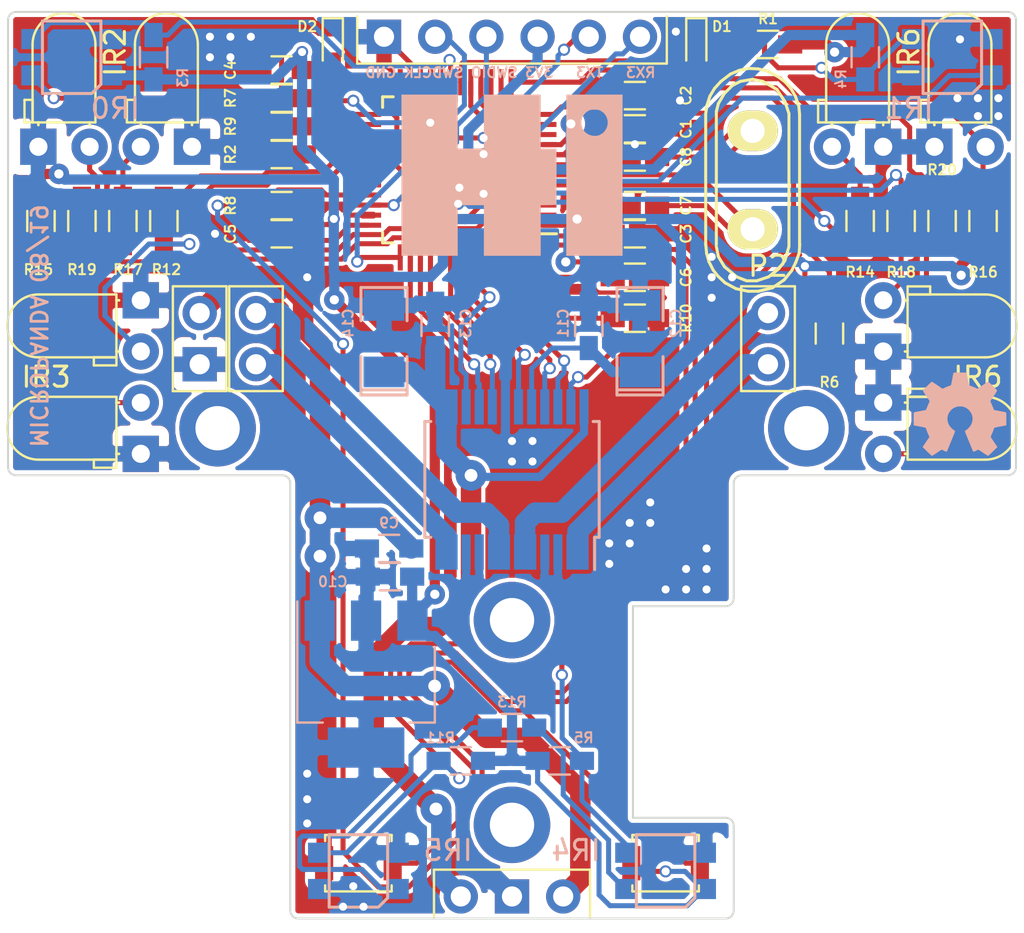
<source format=kicad_pcb>
(kicad_pcb (version 20171130) (host pcbnew 5.1.4-e60b266~84~ubuntu18.04.1)
  (layers (0 F.Cu signal) (31 B.Cu signal) (34 B.Paste user hide) (35 F.Paste user hide) (36 B.SilkS user) (37 F.SilkS user) (38 B.Mask user hide) (39 F.Mask user hide) (44 Edge.Cuts user))
  (net 0 "")
  (net 1 +3V3)
  (net 2 GND)
  (net 3 +BATT)
  (net 4 /RESET)
  (net 5 /OSCIN)
  (net 6 "Net-(D2-Pad2)")
  (net 7 /OSCOUT)
  (net 8 /IR1)
  (net 9 /IR2)
  (net 10 /IR3)
  (net 11 /IR4)
  (net 12 /M_A02)
  (net 13 /M_A01)
  (net 14 /M_B02)
  (net 15 /M_B01)
  (net 16 /SWDCLK)
  (net 17 /SWDIO)
  (net 18 /LED0)
  (net 19 /UB_START)
  (net 20 /BOOT1)
  (net 21 /BOOT0)
  (net 22 /M_PWMB)
  (net 23 /M_BIN2)
  (net 24 /M_BIN1)
  (net 25 /M_STBY)
  (net 26 /M_AIN2)
  (net 27 /M_AIN1)
  (net 28 /M_PWMA)
  (net 29 "Net-(U3-Pad31)")
  (net 30 "Net-(U3-Pad32)")
  (net 31 /RX3)
  (net 32 /TX3)
  (net 33 "Net-(D1-Pad2)")
  (net 34 "Net-(U3-Pad3)")
  (net 35 "Net-(U3-Pad4)")
  (net 36 "Net-(U3-Pad10)")
  (net 37 "Net-(U3-Pad11)")
  (net 38 "Net-(U3-Pad41)")
  (net 39 "Net-(R7-Pad1)")
  (net 40 /IR0)
  (net 41 /IR5)
  (net 42 /IR6)
  (net 43 /IR7)
  (net 44 "Net-(R7-Pad2)")
  (net 45 "Net-(R13-Pad2)")
  (net 46 "Net-(R13-Pad1)")
  (net 47 "Net-(U3-Pad30)")
  (net 48 "Net-(U3-Pad2)")
  (net 49 "Net-(D3-Pad2)")
  (net 50 "Net-(D4-Pad2)")
  (net 51 "Net-(D5-Pad2)")
  (net 52 "Net-(D10-Pad2)")
  (net 53 /LED1)
  (net 54 /LED2)
  (net 55 /LED3)
  (net 56 /LED4)
  (net 57 +12V)
  (module Pin_Headers:Pin_Header_Straight_1x06_Pitch2.54mm (layer F.Cu) (at 214.63 85.344 90)
    (fp_text reference J1 hide)
    (fp_text value Conn_01x06)
    (pad 6 thru_hole oval (at 0 12.7 90) (size 1.7 1.7) (drill 1) (layers *.Cu *.Mask) (net 31 /RX3))
    (pad 5 thru_hole oval (at 0 10.16 90) (size 1.7 1.7) (drill 1) (layers *.Cu *.Mask) (net 32 /TX3))
    (pad 4 thru_hole oval (at 0 7.62 90) (size 1.7 1.7) (drill 1) (layers *.Cu *.Mask) (net 1 +3V3))
    (pad 3 thru_hole oval (at 0 5.08 90) (size 1.7 1.7) (drill 1) (layers *.Cu *.Mask) (net 17 /SWDIO))
    (pad 2 thru_hole oval (at 0 2.54 90) (size 1.7 1.7) (drill 1) (layers *.Cu *.Mask) (net 16 /SWDCLK))
    (pad 1 thru_hole rect (at 0 0 90) (size 1.7 1.7) (drill 1) (layers *.Cu *.Mask) (net 2 GND))
  )
  (module Pin_Headers:Pin_Header_Straight_1x03_Pitch2.54mm (layer F.Cu) (at 223.52 128.016 270)
    (fp_text reference J2 hide)
    (fp_text value STEP-UP)
    (pad 3 thru_hole oval (at 0 5.08 270) (size 1.7 1.7) (drill 1) (layers *.Cu *.Mask) (net 57 +12V))
    (pad 2 thru_hole rect (at 0 2.54 270) (size 1.7 1.7) (drill 1) (layers *.Cu *.Mask) (net 2 GND))
    (pad 1 thru_hole circle (at 0 0 270) (size 1.7 1.7) (drill 1) (layers *.Cu *.Mask) (net 3 +BATT))
  )
  (module custom-lib:QRE1113GR (layer B.Cu) (at 199.136 86.36 180)
    (fp_text reference U4 hide)
    (fp_text value QRE1113)
    (pad 4 smd rect (at -1.95 0.9 180) (size 1.1 1) (layers B.Cu B.Paste B.Mask) (net 2 GND))
    (pad 3 smd rect (at 1.95 0.9 180) (size 1.1 1) (layers B.Cu B.Paste B.Mask) (net 40 /IR0))
    (pad 2 smd rect (at 1.95 -0.9 180) (size 1.1 1) (layers B.Cu B.Paste B.Mask) (net 44 "Net-(R7-Pad2)"))
    (pad 1 smd rect (at -1.95 -0.9 180) (size 1.1 1) (layers B.Cu B.Paste B.Mask) (net 1 +3V3))
  )
  (module OSHW (layer B.Cu) (at 243.205 104.775 180)
    (fp_text reference REF*** hide)
    (fp_text value OSHW-Logo2_7.3x6mm_SilkScreen hide)
  )
  (module ih11x8 (layer B.Cu) (at 220.98 92.202 180)
    (fp_text reference G*** hide)
    (fp_text value LOGO hide)
  )
  (module Pin_Headers:Pin_Header_Straight_1x02_Pitch2.54mm (layer F.Cu) (at 205.486 101.6 180)
    (fp_text reference P8 hide)
    (fp_text value CONN_01X02)
    (pad 2 thru_hole oval (at 0 2.54 180) (size 1.7 1.7) (drill 1) (layers *.Cu *.Mask) (net 3 +BATT))
    (pad 1 thru_hole rect (at 0 0 180) (size 1.7 1.7) (drill 1) (layers *.Cu *.Mask) (net 2 GND))
  )
  (module SMD_Packages:SMD-1206_Pol (layer B.Cu) (at 214.63 100.33 90)
    (fp_text reference C14 (at 0.762 -1.778 270) (layer B.SilkS) (effects (font (size 0.5 0.5) (thickness 0.1)) (justify mirror)))
    (fp_text value 10uF)
    (pad 1 smd rect (at -1.651 0 90) (size 1.524 2.032) (layers B.Cu B.Paste B.Mask) (net 57 +12V))
    (pad 2 smd rect (at 1.651 0 90) (size 1.524 2.032) (layers B.Cu B.Paste B.Mask) (net 2 GND))
  )
  (module Pin_Headers:Pin_Header_Straight_1x02_Pitch2.54mm (layer F.Cu) (at 208.28 101.6 180)
    (fp_text reference P1 hide)
    (fp_text value CONN_01X02)
    (pad 1 thru_hole circle (at 0 0 180) (size 1.7 1.7) (drill 1) (layers *.Cu *.Mask) (net 15 /M_B01))
    (pad 2 thru_hole oval (at 0 2.54 180) (size 1.7 1.7) (drill 1) (layers *.Cu *.Mask) (net 14 /M_B02))
  )
  (module Pin_Headers:Pin_Header_Straight_1x02_Pitch2.54mm (layer F.Cu) (at 233.68 99.06)
    (fp_text reference P2 (at 0 -2.33) (layer F.SilkS))
    (fp_text value CONN_01X02)
    (pad 2 thru_hole circle (at 0 2.54) (size 1.7 1.7) (drill 1) (layers *.Cu *.Mask) (net 13 /M_A01))
    (pad 1 thru_hole circle (at 0 0) (size 1.7 1.7) (drill 1) (layers *.Cu *.Mask) (net 12 /M_A02))
  )
  (module Resistors_SMD:R_0603_HandSoldering (layer F.Cu) (at 209.55 88.392 180)
    (fp_text reference R7 (at 2.54 0 270) (layer F.SilkS) (effects (font (size 0.5 0.5) (thickness 0.1))))
    (fp_text value 47)
    (pad 1 smd rect (at -1.1 0 180) (size 1.2 0.9) (layers F.Cu F.Paste F.Mask) (net 39 "Net-(R7-Pad1)"))
    (pad 2 smd rect (at 1.1 0 180) (size 1.2 0.9) (layers F.Cu F.Paste F.Mask) (net 44 "Net-(R7-Pad2)"))
  )
  (module Mounting_Holes:MountingHole_2.2mm_M2_DIN965_Pad (layer F.Cu) (at 235.585 104.775)
    (fp_text reference REF** hide)
    (fp_text value MountingHole_2.2mm_M2_DIN965_Pad)
    (pad 1 thru_hole circle (at 0 0) (size 3.8 3.8) (drill 2.2) (layers *.Cu *.Mask))
  )
  (module Mounting_Holes:MountingHole_2.2mm_M2_DIN965_Pad (layer F.Cu) (at 206.375 104.775)
    (fp_text reference REF** hide)
    (fp_text value MountingHole_2.2mm_M2_DIN965_Pad)
    (pad 1 thru_hole circle (at 0 0) (size 3.8 3.8) (drill 2.2) (layers *.Cu *.Mask))
  )
  (module Mounting_Holes:MountingHole_2.2mm_M2_DIN965_Pad (layer F.Cu) (at 220.98 124.46)
    (fp_text reference REF** hide)
    (fp_text value MountingHole_2.2mm_M2_DIN965_Pad)
    (pad 1 thru_hole circle (at 0 0) (size 3.8 3.8) (drill 2.2) (layers *.Cu *.Mask))
  )
  (module Mounting_Holes:MountingHole_2.2mm_M2_DIN965_Pad (layer F.Cu) (at 220.98 114.3)
    (fp_text reference REF** hide)
    (fp_text value MountingHole_2.2mm_M2_DIN965_Pad)
    (pad 1 thru_hole circle (at 0 0) (size 3.8 3.8) (drill 2.2) (layers *.Cu *.Mask))
  )
  (module Resistors_SMD:R_0603_HandSoldering (layer F.Cu) (at 227.076 89.916)
    (fp_text reference C1 (at 2.54 0 90) (layer F.SilkS) (effects (font (size 0.5 0.5) (thickness 0.1))))
    (fp_text value 1uF)
    (pad 1 smd rect (at -1.1 0) (size 1.2 0.9) (layers F.Cu F.Paste F.Mask) (net 4 /RESET))
    (pad 2 smd rect (at 1.1 0) (size 1.2 0.9) (layers F.Cu F.Paste F.Mask) (net 2 GND))
  )
  (module Resistors_SMD:R_0603_HandSoldering (layer F.Cu) (at 227.076 88.265)
    (fp_text reference C2 (at 2.54 0 90) (layer F.SilkS) (effects (font (size 0.5 0.5) (thickness 0.1))))
    (fp_text value 100nF)
    (pad 1 smd rect (at -1.1 0) (size 1.2 0.9) (layers F.Cu F.Paste F.Mask) (net 1 +3V3))
    (pad 2 smd rect (at 1.1 0) (size 1.2 0.9) (layers F.Cu F.Paste F.Mask) (net 2 GND))
  )
  (module Resistors_SMD:R_0603_HandSoldering (layer F.Cu) (at 227.076 95.123)
    (fp_text reference C3 (at 2.54 0 90) (layer F.SilkS) (effects (font (size 0.5 0.5) (thickness 0.1))))
    (fp_text value 100nF)
    (pad 1 smd rect (at -1.1 0) (size 1.2 0.9) (layers F.Cu F.Paste F.Mask) (net 1 +3V3))
    (pad 2 smd rect (at 1.1 0) (size 1.2 0.9) (layers F.Cu F.Paste F.Mask) (net 2 GND))
  )
  (module Resistors_SMD:R_0603_HandSoldering (layer F.Cu) (at 209.55 86.995 180)
    (fp_text reference C4 (at 2.54 0 90) (layer F.SilkS) (effects (font (size 0.5 0.5) (thickness 0.1))))
    (fp_text value 4.7uF)
    (pad 1 smd rect (at -1.1 0 180) (size 1.2 0.9) (layers F.Cu F.Paste F.Mask) (net 1 +3V3))
    (pad 2 smd rect (at 1.1 0 180) (size 1.2 0.9) (layers F.Cu F.Paste F.Mask) (net 2 GND))
  )
  (module Resistors_SMD:R_0603_HandSoldering (layer F.Cu) (at 209.55 95.123 180)
    (fp_text reference C5 (at 2.54 0 90) (layer F.SilkS) (effects (font (size 0.5 0.5) (thickness 0.1))))
    (fp_text value 10nF)
    (pad 1 smd rect (at -1.1 0 180) (size 1.2 0.9) (layers F.Cu F.Paste F.Mask) (net 1 +3V3))
    (pad 2 smd rect (at 1.1 0 180) (size 1.2 0.9) (layers F.Cu F.Paste F.Mask) (net 2 GND))
  )
  (module Resistors_SMD:R_0603_HandSoldering (layer F.Cu) (at 227.076 97.282)
    (fp_text reference C6 (at 2.54 0 90) (layer F.SilkS) (effects (font (size 0.5 0.5) (thickness 0.1))))
    (fp_text value 1uF)
    (pad 1 smd rect (at -1.1 0) (size 1.2 0.9) (layers F.Cu F.Paste F.Mask) (net 1 +3V3))
    (pad 2 smd rect (at 1.1 0) (size 1.2 0.9) (layers F.Cu F.Paste F.Mask) (net 2 GND))
  )
  (module Resistors_SMD:R_0603_HandSoldering (layer F.Cu) (at 227.076 93.726 180)
    (fp_text reference C7 (at -2.54 0 90) (layer F.SilkS) (effects (font (size 0.5 0.5) (thickness 0.1))))
    (fp_text value 20p)
    (pad 1 smd rect (at -1.1 0 180) (size 1.2 0.9) (layers F.Cu F.Paste F.Mask) (net 5 /OSCIN))
    (pad 2 smd rect (at 1.1 0 180) (size 1.2 0.9) (layers F.Cu F.Paste F.Mask) (net 2 GND))
  )
  (module Resistors_SMD:R_0603_HandSoldering (layer F.Cu) (at 227.076 91.313 180)
    (fp_text reference C8 (at -2.54 0 90) (layer F.SilkS) (effects (font (size 0.5 0.5) (thickness 0.1))))
    (fp_text value 20p)
    (pad 1 smd rect (at -1.1 0 180) (size 1.2 0.9) (layers F.Cu F.Paste F.Mask) (net 7 /OSCOUT))
    (pad 2 smd rect (at 1.1 0 180) (size 1.2 0.9) (layers F.Cu F.Paste F.Mask) (net 2 GND))
  )
  (module Resistors_SMD:R_0603_HandSoldering (layer B.Cu) (at 224.79 99.695 90)
    (fp_text reference C11 (at 0.127 -1.27 90) (layer B.SilkS) (effects (font (size 0.5 0.5) (thickness 0.1)) (justify mirror)))
    (fp_text value 0.1uF)
    (pad 1 smd rect (at -1.1 0 90) (size 1.2 0.9) (layers B.Cu B.Paste B.Mask) (net 1 +3V3))
    (pad 2 smd rect (at 1.1 0 90) (size 1.2 0.9) (layers B.Cu B.Paste B.Mask) (net 2 GND))
  )
  (module Resistors_SMD:R_0603_HandSoldering (layer B.Cu) (at 217.17 99.695 90)
    (fp_text reference C13 (at 0.127 1.524 270) (layer B.SilkS) (effects (font (size 0.5 0.5) (thickness 0.1)) (justify mirror)))
    (fp_text value 0.1uF)
    (pad 1 smd rect (at -1.1 0 90) (size 1.2 0.9) (layers B.Cu B.Paste B.Mask) (net 57 +12V))
    (pad 2 smd rect (at 1.1 0 90) (size 1.2 0.9) (layers B.Cu B.Paste B.Mask) (net 2 GND))
  )
  (module LEDs:LED_D3.0mm_Horizontal_O1.27mm_Z2.0mm (layer F.Cu) (at 205.105 90.805 180)
    (fp_text reference D5 hide)
    (fp_text value LED)
    (pad 1 thru_hole rect (at 0 0 180) (size 1.8 1.8) (drill 0.9) (layers *.Cu *.Mask) (net 2 GND))
    (pad 2 thru_hole circle (at 2.54 0 180) (size 1.8 1.8) (drill 0.9) (layers *.Cu *.Mask) (net 51 "Net-(D5-Pad2)"))
  )
  (module Resistors_SMD:R_0603_HandSoldering (layer F.Cu) (at 227.076 99.314)
    (fp_text reference R10 (at 2.54 0 270) (layer F.SilkS) (effects (font (size 0.5 0.5) (thickness 0.1))))
    (fp_text value 100k)
    (pad 1 smd rect (at -1.1 0) (size 1.2 0.9) (layers F.Cu F.Paste F.Mask) (net 21 /BOOT0))
    (pad 2 smd rect (at 1.1 0) (size 1.2 0.9) (layers F.Cu F.Paste F.Mask) (net 2 GND))
  )
  (module Crystals:Crystal_HC50-U_Vertical (layer F.Cu) (at 232.918 92.456 90)
    (fp_text reference Y2 hide)
    (fp_text value 8MHz)
    (pad 1 thru_hole oval (at -2.44094 0 90) (size 1.99898 2.49936) (drill 1.19888) (layers *.Cu *.Mask F.SilkS) (net 5 /OSCIN))
    (pad 2 thru_hole oval (at 2.44094 0 90) (size 1.99898 2.49936) (drill 1.19888) (layers *.Cu *.Mask F.SilkS) (net 7 /OSCOUT))
  )
  (module Resistors_SMD:R_0603_HandSoldering (layer F.Cu) (at 242.316 94.488 270)
    (fp_text reference R20 (at -2.54 0 180) (layer F.SilkS) (effects (font (size 0.5 0.5) (thickness 0.1))))
    (fp_text value 5K)
    (pad 1 smd rect (at -1.1 0 270) (size 1.2 0.9) (layers F.Cu F.Paste F.Mask) (net 43 /IR7))
    (pad 2 smd rect (at 1.1 0 270) (size 1.2 0.9) (layers F.Cu F.Paste F.Mask) (net 1 +3V3))
  )
  (module Resistors_SMD:R_0603_HandSoldering (layer F.Cu) (at 199.644 94.488 90)
    (fp_text reference R19 (at -2.413 0 180) (layer F.SilkS) (effects (font (size 0.5 0.5) (thickness 0.1))))
    (fp_text value 5K)
    (pad 1 smd rect (at -1.1 0 90) (size 1.2 0.9) (layers F.Cu F.Paste F.Mask) (net 9 /IR2))
    (pad 2 smd rect (at 1.1 0 90) (size 1.2 0.9) (layers F.Cu F.Paste F.Mask) (net 1 +3V3))
  )
  (module Resistors_SMD:R_0603_HandSoldering (layer F.Cu) (at 240.284 94.488 90)
    (fp_text reference R18 (at -2.54 0 180) (layer F.SilkS) (effects (font (size 0.5 0.5) (thickness 0.1))))
    (fp_text value 100)
    (pad 1 smd rect (at -1.1 0 90) (size 1.2 0.9) (layers F.Cu F.Paste F.Mask) (net 52 "Net-(D10-Pad2)"))
    (pad 2 smd rect (at 1.1 0 90) (size 1.2 0.9) (layers F.Cu F.Paste F.Mask) (net 56 /LED4))
  )
  (module Resistors_SMD:R_0603_HandSoldering (layer F.Cu) (at 201.676 94.488 270)
    (fp_text reference R17 (at 2.413 -0.254) (layer F.SilkS) (effects (font (size 0.5 0.5) (thickness 0.1))))
    (fp_text value 100)
    (pad 1 smd rect (at -1.1 0 270) (size 1.2 0.9) (layers F.Cu F.Paste F.Mask) (net 51 "Net-(D5-Pad2)"))
    (pad 2 smd rect (at 1.1 0 270) (size 1.2 0.9) (layers F.Cu F.Paste F.Mask) (net 55 /LED3))
  )
  (module Resistors_SMD:R_0603_HandSoldering (layer F.Cu) (at 244.348 94.488 270)
    (fp_text reference R16 (at 2.54 0) (layer F.SilkS) (effects (font (size 0.5 0.5) (thickness 0.1))))
    (fp_text value 5K)
    (pad 1 smd rect (at -1.1 0 270) (size 1.2 0.9) (layers F.Cu F.Paste F.Mask) (net 42 /IR6))
    (pad 2 smd rect (at 1.1 0 270) (size 1.2 0.9) (layers F.Cu F.Paste F.Mask) (net 1 +3V3))
  )
  (module Resistors_SMD:R_0603_HandSoldering (layer F.Cu) (at 197.612 94.488 90)
    (fp_text reference R15 (at -2.413 -0.127 180) (layer F.SilkS) (effects (font (size 0.5 0.5) (thickness 0.1))))
    (fp_text value 5K)
    (pad 1 smd rect (at -1.1 0 90) (size 1.2 0.9) (layers F.Cu F.Paste F.Mask) (net 10 /IR3))
    (pad 2 smd rect (at 1.1 0 90) (size 1.2 0.9) (layers F.Cu F.Paste F.Mask) (net 1 +3V3))
  )
  (module Resistors_SMD:R_0603_HandSoldering (layer F.Cu) (at 238.252 94.488 270)
    (fp_text reference R14 (at 2.54 0) (layer F.SilkS) (effects (font (size 0.5 0.5) (thickness 0.1))))
    (fp_text value 100)
    (pad 1 smd rect (at -1.1 0 270) (size 1.2 0.9) (layers F.Cu F.Paste F.Mask) (net 50 "Net-(D4-Pad2)"))
    (pad 2 smd rect (at 1.1 0 270) (size 1.2 0.9) (layers F.Cu F.Paste F.Mask) (net 54 /LED2))
  )
  (module Resistors_SMD:R_0603_HandSoldering (layer F.Cu) (at 203.708 94.488 90)
    (fp_text reference R12 (at -2.413 0.127 180) (layer F.SilkS) (effects (font (size 0.5 0.5) (thickness 0.1))))
    (fp_text value 100)
    (pad 1 smd rect (at -1.1 0 90) (size 1.2 0.9) (layers F.Cu F.Paste F.Mask) (net 49 "Net-(D3-Pad2)"))
    (pad 2 smd rect (at 1.1 0 90) (size 1.2 0.9) (layers F.Cu F.Paste F.Mask) (net 53 /LED1))
  )
  (module Resistors_SMD:R_0603_HandSoldering (layer B.Cu) (at 218.44 121.285 180)
    (fp_text reference R11 (at 1.016 1.143 180) (layer B.SilkS) (effects (font (size 0.5 0.5) (thickness 0.1)) (justify mirror)))
    (fp_text value 47K)
    (pad 1 smd rect (at -1.1 0 180) (size 1.2 0.9) (layers B.Cu B.Paste B.Mask) (net 1 +3V3))
    (pad 2 smd rect (at 1.1 0 180) (size 1.2 0.9) (layers B.Cu B.Paste B.Mask) (net 41 /IR5))
  )
  (module Resistors_SMD:R_0603_HandSoldering (layer B.Cu) (at 223.35 121.285)
    (fp_text reference R5 (at 1.186 -1.143 180) (layer B.SilkS) (effects (font (size 0.5 0.5) (thickness 0.1)) (justify mirror)))
    (fp_text value 47K)
    (pad 1 smd rect (at -1.1 0) (size 1.2 0.9) (layers B.Cu B.Paste B.Mask) (net 1 +3V3))
    (pad 2 smd rect (at 1.1 0) (size 1.2 0.9) (layers B.Cu B.Paste B.Mask) (net 11 /IR4))
  )
  (module Resistors_SMD:R_0603_HandSoldering (layer B.Cu) (at 238.506 86.36 270)
    (fp_text reference R4 (at 1.0795 1.2065 270) (layer B.SilkS) (effects (font (size 0.5 0.5) (thickness 0.1)) (justify mirror)))
    (fp_text value 47K)
    (pad 1 smd rect (at -1.1 0 270) (size 1.2 0.9) (layers B.Cu B.Paste B.Mask) (net 1 +3V3))
    (pad 2 smd rect (at 1.1 0 270) (size 1.2 0.9) (layers B.Cu B.Paste B.Mask) (net 8 /IR1))
  )
  (module Resistors_SMD:R_0603_HandSoldering (layer B.Cu) (at 203.2 86.36 90)
    (fp_text reference R3 (at -1.016 1.45 90) (layer B.SilkS) (effects (font (size 0.5 0.5) (thickness 0.1)) (justify mirror)))
    (fp_text value 47K)
    (pad 1 smd rect (at -1.1 0 90) (size 1.2 0.9) (layers B.Cu B.Paste B.Mask) (net 1 +3V3))
    (pad 2 smd rect (at 1.1 0 90) (size 1.2 0.9) (layers B.Cu B.Paste B.Mask) (net 40 /IR0))
  )
  (module custom-lib:QRE1113GR (layer B.Cu) (at 213.36 126.746 180)
    (fp_text reference U9 hide)
    (fp_text value QRE1113)
    (pad 4 smd rect (at -1.95 0.9 180) (size 1.1 1) (layers B.Cu B.Paste B.Mask) (net 2 GND))
    (pad 3 smd rect (at 1.95 0.9 180) (size 1.1 1) (layers B.Cu B.Paste B.Mask) (net 41 /IR5))
    (pad 2 smd rect (at 1.95 -0.9 180) (size 1.1 1) (layers B.Cu B.Paste B.Mask) (net 2 GND))
    (pad 1 smd rect (at -1.95 -0.9 180) (size 1.1 1) (layers B.Cu B.Paste B.Mask) (net 46 "Net-(R13-Pad1)"))
  )
  (module custom-lib:QRE1113GR (layer B.Cu) (at 242.824 86.36 180)
    (fp_text reference U8 hide)
    (fp_text value QRE1113)
    (pad 4 smd rect (at -1.95 0.9 180) (size 1.1 1) (layers B.Cu B.Paste B.Mask) (net 2 GND))
    (pad 3 smd rect (at 1.95 0.9 180) (size 1.1 1) (layers B.Cu B.Paste B.Mask) (net 8 /IR1))
    (pad 2 smd rect (at 1.95 -0.9 180) (size 1.1 1) (layers B.Cu B.Paste B.Mask) (net 2 GND))
    (pad 1 smd rect (at -1.95 -0.9 180) (size 1.1 1) (layers B.Cu B.Paste B.Mask) (net 39 "Net-(R7-Pad1)"))
  )
  (module custom-lib:QRE1113GR (layer B.Cu) (at 228.6 126.746 180)
    (fp_text reference U5 hide)
    (fp_text value QRE1113)
    (pad 4 smd rect (at -1.95 0.9 180) (size 1.1 1) (layers B.Cu B.Paste B.Mask) (net 2 GND))
    (pad 3 smd rect (at 1.95 0.9 180) (size 1.1 1) (layers B.Cu B.Paste B.Mask) (net 11 /IR4))
    (pad 2 smd rect (at 1.95 -0.9 180) (size 1.1 1) (layers B.Cu B.Paste B.Mask) (net 45 "Net-(R13-Pad2)"))
    (pad 1 smd rect (at -1.95 -0.9 180) (size 1.1 1) (layers B.Cu B.Paste B.Mask) (net 1 +3V3))
  )
  (module LEDs:LED_D3.0mm_Horizontal_O1.27mm_Z2.0mm (layer F.Cu) (at 239.395 106.045 90)
    (fp_text reference Q4 hide)
    (fp_text value Q_Photo_NPN)
    (pad 1 thru_hole circle (at 0 0 90) (size 1.8 1.8) (drill 0.9) (layers *.Cu *.Mask) (net 43 /IR7))
    (pad 2 thru_hole rect (at 2.54 0 90) (size 1.8 1.8) (drill 0.9) (layers *.Cu *.Mask) (net 2 GND))
  )
  (module LEDs:LED_D3.0mm_Horizontal_O1.27mm_Z2.0mm (layer F.Cu) (at 200.025 90.805 180)
    (fp_text reference Q3 hide)
    (fp_text value Q_Photo_NPN)
    (pad 1 thru_hole circle (at 0 0 180) (size 1.8 1.8) (drill 0.9) (layers *.Cu *.Mask) (net 9 /IR2))
    (pad 2 thru_hole rect (at 2.54 0 180) (size 1.8 1.8) (drill 0.9) (layers *.Cu *.Mask) (net 2 GND))
  )
  (module LEDs:LED_D3.0mm_Horizontal_O1.27mm_Z2.0mm (layer F.Cu) (at 244.475 90.805 180)
    (fp_text reference Q2 hide)
    (fp_text value Q_Photo_NPN)
    (pad 1 thru_hole circle (at 0 0 180) (size 1.8 1.8) (drill 0.9) (layers *.Cu *.Mask) (net 42 /IR6))
    (pad 2 thru_hole rect (at 2.54 0 180) (size 1.8 1.8) (drill 0.9) (layers *.Cu *.Mask) (net 2 GND))
  )
  (module LEDs:LED_D3.0mm_Horizontal_O1.27mm_Z2.0mm (layer F.Cu) (at 202.565 103.505 270)
    (fp_text reference Q1 hide)
    (fp_text value Q_Photo_NPN)
    (pad 1 thru_hole circle (at 0 0 270) (size 1.8 1.8) (drill 0.9) (layers *.Cu *.Mask) (net 10 /IR3))
    (pad 2 thru_hole rect (at 2.54 0 270) (size 1.8 1.8) (drill 0.9) (layers *.Cu *.Mask) (net 2 GND))
  )
  (module LEDs:LED_D3.0mm_Horizontal_O1.27mm_Z2.0mm (layer F.Cu) (at 239.395 100.965 90)
    (fp_text reference D10 hide)
    (fp_text value LED)
    (pad 1 thru_hole rect (at 0 0 90) (size 1.8 1.8) (drill 0.9) (layers *.Cu *.Mask) (net 2 GND))
    (pad 2 thru_hole circle (at 2.54 0 90) (size 1.8 1.8) (drill 0.9) (layers *.Cu *.Mask) (net 52 "Net-(D10-Pad2)"))
  )
  (module LEDs:LED_D3.0mm_Horizontal_O1.27mm_Z2.0mm (layer F.Cu) (at 239.395 90.805 180)
    (fp_text reference D4 hide)
    (fp_text value LED)
    (pad 1 thru_hole rect (at 0 0 180) (size 1.8 1.8) (drill 0.9) (layers *.Cu *.Mask) (net 2 GND))
    (pad 2 thru_hole circle (at 2.54 0 180) (size 1.8 1.8) (drill 0.9) (layers *.Cu *.Mask) (net 50 "Net-(D4-Pad2)"))
  )
  (module LEDs:LED_D3.0mm_Horizontal_O1.27mm_Z2.0mm (layer F.Cu) (at 202.565 98.425 270)
    (fp_text reference D3 hide)
    (fp_text value LED)
    (pad 1 thru_hole rect (at 0 0 270) (size 1.8 1.8) (drill 0.9) (layers *.Cu *.Mask) (net 2 GND))
    (pad 2 thru_hole circle (at 2.54 0 270) (size 1.8 1.8) (drill 0.9) (layers *.Cu *.Mask) (net 49 "Net-(D3-Pad2)"))
  )
  (module LEDs:LED_0603 (layer F.Cu) (at 212.09 85.725 270)
    (fp_text reference D2 (at -0.889 1.27 180) (layer F.SilkS) (effects (font (size 0.5 0.5) (thickness 0.1))))
    (fp_text value LED_0)
    (pad 2 smd rect (at 0.8 0 90) (size 0.8 0.8) (layers F.Cu F.Paste F.Mask) (net 6 "Net-(D2-Pad2)"))
    (pad 1 smd rect (at -0.8 0 90) (size 0.8 0.8) (layers F.Cu F.Paste F.Mask) (net 2 GND))
  )
  (module LEDs:LED_0603 (layer F.Cu) (at 230.124 85.725 270)
    (fp_text reference D1 (at -0.889 -1.27) (layer F.SilkS) (effects (font (size 0.5 0.5) (thickness 0.1))))
    (fp_text value LED_Power)
    (pad 2 smd rect (at 0.8 0 90) (size 0.8 0.8) (layers F.Cu F.Paste F.Mask) (net 33 "Net-(D1-Pad2)"))
    (pad 1 smd rect (at -0.8 0 90) (size 0.8 0.8) (layers F.Cu F.Paste F.Mask) (net 2 GND))
  )
  (module SMD_Packages:SMD-1206_Pol (layer B.Cu) (at 227.33 100.33 90)
    (fp_text reference C12 (at 0.762 1.778 270) (layer B.SilkS) (effects (font (size 0.5 0.5) (thickness 0.1)) (justify mirror)))
    (fp_text value 10uF)
    (pad 1 smd rect (at -1.651 0 90) (size 1.524 2.032) (layers B.Cu B.Paste B.Mask) (net 1 +3V3))
    (pad 2 smd rect (at 1.651 0 90) (size 1.524 2.032) (layers B.Cu B.Paste B.Mask) (net 2 GND))
  )
  (module Housings_QFP:LQFP-48_7x7mm_Pitch0.5mm (layer F.Cu) (at 218.186 91.948 180)
    (fp_text reference U3 hide)
    (fp_text value STM32F103C8T6)
    (pad 1 smd rect (at -4.35 -2.75 180) (size 1.3 0.25) (layers F.Cu F.Paste F.Mask) (net 1 +3V3))
    (pad 2 smd rect (at -4.35 -2.25 180) (size 1.3 0.25) (layers F.Cu F.Paste F.Mask) (net 48 "Net-(U3-Pad2)"))
    (pad 3 smd rect (at -4.35 -1.75 180) (size 1.3 0.25) (layers F.Cu F.Paste F.Mask) (net 34 "Net-(U3-Pad3)"))
    (pad 4 smd rect (at -4.35 -1.25 180) (size 1.3 0.25) (layers F.Cu F.Paste F.Mask) (net 35 "Net-(U3-Pad4)"))
    (pad 5 smd rect (at -4.35 -0.75 180) (size 1.3 0.25) (layers F.Cu F.Paste F.Mask) (net 5 /OSCIN))
    (pad 6 smd rect (at -4.35 -0.25 180) (size 1.3 0.25) (layers F.Cu F.Paste F.Mask) (net 7 /OSCOUT))
    (pad 7 smd rect (at -4.35 0.25 180) (size 1.3 0.25) (layers F.Cu F.Paste F.Mask) (net 4 /RESET))
    (pad 8 smd rect (at -4.35 0.75 180) (size 1.3 0.25) (layers F.Cu F.Paste F.Mask) (net 2 GND))
    (pad 9 smd rect (at -4.35 1.25 180) (size 1.3 0.25) (layers F.Cu F.Paste F.Mask) (net 1 +3V3))
    (pad 10 smd rect (at -4.35 1.75 180) (size 1.3 0.25) (layers F.Cu F.Paste F.Mask) (net 36 "Net-(U3-Pad10)"))
    (pad 11 smd rect (at -4.35 2.25 180) (size 1.3 0.25) (layers F.Cu F.Paste F.Mask) (net 37 "Net-(U3-Pad11)"))
    (pad 12 smd rect (at -4.35 2.75 180) (size 1.3 0.25) (layers F.Cu F.Paste F.Mask) (net 43 /IR7))
    (pad 13 smd rect (at -2.75 4.35 270) (size 1.3 0.25) (layers F.Cu F.Paste F.Mask) (net 42 /IR6))
    (pad 14 smd rect (at -2.25 4.35 270) (size 1.3 0.25) (layers F.Cu F.Paste F.Mask) (net 41 /IR5))
    (pad 15 smd rect (at -1.75 4.35 270) (size 1.3 0.25) (layers F.Cu F.Paste F.Mask) (net 11 /IR4))
    (pad 16 smd rect (at -1.25 4.35 270) (size 1.3 0.25) (layers F.Cu F.Paste F.Mask) (net 10 /IR3))
    (pad 17 smd rect (at -0.75 4.35 270) (size 1.3 0.25) (layers F.Cu F.Paste F.Mask) (net 9 /IR2))
    (pad 18 smd rect (at -0.25 4.35 270) (size 1.3 0.25) (layers F.Cu F.Paste F.Mask) (net 8 /IR1))
    (pad 19 smd rect (at 0.25 4.35 270) (size 1.3 0.25) (layers F.Cu F.Paste F.Mask) (net 40 /IR0))
    (pad 20 smd rect (at 0.75 4.35 270) (size 1.3 0.25) (layers F.Cu F.Paste F.Mask) (net 20 /BOOT1))
    (pad 21 smd rect (at 1.25 4.35 270) (size 1.3 0.25) (layers F.Cu F.Paste F.Mask) (net 32 /TX3))
    (pad 22 smd rect (at 1.75 4.35 270) (size 1.3 0.25) (layers F.Cu F.Paste F.Mask) (net 31 /RX3))
    (pad 23 smd rect (at 2.25 4.35 270) (size 1.3 0.25) (layers F.Cu F.Paste F.Mask) (net 2 GND))
    (pad 24 smd rect (at 2.75 4.35 270) (size 1.3 0.25) (layers F.Cu F.Paste F.Mask) (net 1 +3V3))
    (pad 25 smd rect (at 4.35 2.75 180) (size 1.3 0.25) (layers F.Cu F.Paste F.Mask) (net 18 /LED0))
    (pad 26 smd rect (at 4.35 2.25 180) (size 1.3 0.25) (layers F.Cu F.Paste F.Mask) (net 53 /LED1))
    (pad 27 smd rect (at 4.35 1.75 180) (size 1.3 0.25) (layers F.Cu F.Paste F.Mask) (net 54 /LED2))
    (pad 28 smd rect (at 4.35 1.25 180) (size 1.3 0.25) (layers F.Cu F.Paste F.Mask) (net 55 /LED3))
    (pad 29 smd rect (at 4.35 0.75 180) (size 1.3 0.25) (layers F.Cu F.Paste F.Mask) (net 56 /LED4))
    (pad 30 smd rect (at 4.35 0.25 180) (size 1.3 0.25) (layers F.Cu F.Paste F.Mask) (net 47 "Net-(U3-Pad30)"))
    (pad 31 smd rect (at 4.35 -0.25 180) (size 1.3 0.25) (layers F.Cu F.Paste F.Mask) (net 29 "Net-(U3-Pad31)"))
    (pad 32 smd rect (at 4.35 -0.75 180) (size 1.3 0.25) (layers F.Cu F.Paste F.Mask) (net 30 "Net-(U3-Pad32)"))
    (pad 33 smd rect (at 4.35 -1.25 180) (size 1.3 0.25) (layers F.Cu F.Paste F.Mask) (net 19 /UB_START))
    (pad 34 smd rect (at 4.35 -1.75 180) (size 1.3 0.25) (layers F.Cu F.Paste F.Mask) (net 17 /SWDIO))
    (pad 35 smd rect (at 4.35 -2.25 180) (size 1.3 0.25) (layers F.Cu F.Paste F.Mask) (net 2 GND))
    (pad 36 smd rect (at 4.35 -2.75 180) (size 1.3 0.25) (layers F.Cu F.Paste F.Mask) (net 1 +3V3))
    (pad 37 smd rect (at 2.75 -4.35 270) (size 1.3 0.25) (layers F.Cu F.Paste F.Mask) (net 16 /SWDCLK))
    (pad 38 smd rect (at 2.25 -4.35 270) (size 1.3 0.25) (layers F.Cu F.Paste F.Mask) (net 23 /M_BIN2))
    (pad 39 smd rect (at 1.75 -4.35 270) (size 1.3 0.25) (layers F.Cu F.Paste F.Mask) (net 24 /M_BIN1))
    (pad 40 smd rect (at 1.25 -4.35 270) (size 1.3 0.25) (layers F.Cu F.Paste F.Mask) (net 25 /M_STBY))
    (pad 41 smd rect (at 0.75 -4.35 270) (size 1.3 0.25) (layers F.Cu F.Paste F.Mask) (net 38 "Net-(U3-Pad41)"))
    (pad 42 smd rect (at 0.25 -4.35 270) (size 1.3 0.25) (layers F.Cu F.Paste F.Mask) (net 27 /M_AIN1))
    (pad 43 smd rect (at -0.25 -4.35 270) (size 1.3 0.25) (layers F.Cu F.Paste F.Mask) (net 26 /M_AIN2))
    (pad 44 smd rect (at -0.75 -4.35 270) (size 1.3 0.25) (layers F.Cu F.Paste F.Mask) (net 21 /BOOT0))
    (pad 45 smd rect (at -1.25 -4.35 270) (size 1.3 0.25) (layers F.Cu F.Paste F.Mask) (net 22 /M_PWMB))
    (pad 46 smd rect (at -1.75 -4.35 270) (size 1.3 0.25) (layers F.Cu F.Paste F.Mask) (net 28 /M_PWMA))
    (pad 47 smd rect (at -2.25 -4.35 270) (size 1.3 0.25) (layers F.Cu F.Paste F.Mask) (net 2 GND))
    (pad 48 smd rect (at -2.75 -4.35 270) (size 1.3 0.25) (layers F.Cu F.Paste F.Mask) (net 1 +3V3))
  )
  (module Resistors_SMD:R_0603_HandSoldering (layer F.Cu) (at 233.68 85.725 180)
    (fp_text reference R1 (at 0 1.27 180) (layer F.SilkS) (effects (font (size 0.5 0.5) (thickness 0.1))))
    (fp_text value 100)
    (pad 1 smd rect (at -1.1 0 180) (size 1.2 0.9) (layers F.Cu F.Paste F.Mask) (net 1 +3V3))
    (pad 2 smd rect (at 1.1 0 180) (size 1.2 0.9) (layers F.Cu F.Paste F.Mask) (net 33 "Net-(D1-Pad2)"))
  )
  (module Resistors_SMD:R_0603_HandSoldering (layer F.Cu) (at 209.55 91.186 180)
    (fp_text reference R2 (at 2.54 0 270) (layer F.SilkS) (effects (font (size 0.5 0.5) (thickness 0.1))))
    (fp_text value 100)
    (pad 1 smd rect (at -1.1 0 180) (size 1.2 0.9) (layers F.Cu F.Paste F.Mask) (net 18 /LED0))
    (pad 2 smd rect (at 1.1 0 180) (size 1.2 0.9) (layers F.Cu F.Paste F.Mask) (net 6 "Net-(D2-Pad2)"))
  )
  (module Resistors_SMD:R_0603_HandSoldering (layer F.Cu) (at 236.728 100.076 90)
    (fp_text reference R6 (at -2.413 0) (layer F.SilkS) (effects (font (size 0.5 0.5) (thickness 0.1))))
    (fp_text value 10k)
    (pad 1 smd rect (at -1.1 0 90) (size 1.2 0.9) (layers F.Cu F.Paste F.Mask) (net 1 +3V3))
    (pad 2 smd rect (at 1.1 0 90) (size 1.2 0.9) (layers F.Cu F.Paste F.Mask) (net 4 /RESET))
  )
  (module Resistors_SMD:R_0603_HandSoldering (layer F.Cu) (at 209.55 93.726 180)
    (fp_text reference R8 (at 2.54 0 90) (layer F.SilkS) (effects (font (size 0.5 0.5) (thickness 0.1))))
    (fp_text value 10k)
    (pad 1 smd rect (at -1.1 0 180) (size 1.2 0.9) (layers F.Cu F.Paste F.Mask) (net 2 GND))
    (pad 2 smd rect (at 1.1 0 180) (size 1.2 0.9) (layers F.Cu F.Paste F.Mask) (net 19 /UB_START))
  )
  (module Resistors_SMD:R_0603_HandSoldering (layer F.Cu) (at 209.55 89.789)
    (fp_text reference R9 (at -2.54 0 90) (layer F.SilkS) (effects (font (size 0.5 0.5) (thickness 0.1))))
    (fp_text value 100k)
    (pad 1 smd rect (at -1.1 0) (size 1.2 0.9) (layers F.Cu F.Paste F.Mask) (net 2 GND))
    (pad 2 smd rect (at 1.1 0) (size 1.2 0.9) (layers F.Cu F.Paste F.Mask) (net 20 /BOOT1))
  )
  (module Resistors_SMD:R_0603_HandSoldering (layer B.Cu) (at 220.98 119.634)
    (fp_text reference R13 (at 0 -1.27) (layer B.SilkS) (effects (font (size 0.5 0.5) (thickness 0.1)) (justify mirror)))
    (fp_text value 47)
    (pad 1 smd rect (at -1.1 0) (size 1.2 0.9) (layers B.Cu B.Paste B.Mask) (net 46 "Net-(R13-Pad1)"))
    (pad 2 smd rect (at 1.1 0) (size 1.2 0.9) (layers B.Cu B.Paste B.Mask) (net 45 "Net-(R13-Pad2)"))
  )
  (module custom-lib:driver_tuneado (layer B.Cu) (at 220.98 107.315 90)
    (fp_text reference U2 hide)
    (fp_text value TB6612FNG)
    (pad 4 smd rect (at -3.61016 1.62476 90) (size 1.75 0.45) (layers B.Cu B.Paste B.Mask) (net 2 GND))
    (pad 10 smd rect (at -3.61016 -2.27524 90) (size 1.75 0.45) (layers B.Cu B.Paste B.Mask) (net 2 GND))
    (pad 2 smd rect (at -3.60172 3.2512 90) (size 1.75 1.1) (layers B.Cu B.Paste B.Mask) (net 13 /M_A01))
    (pad 6 smd rect (at -3.60172 0.65024 90) (size 1.75 1.1) (layers B.Cu B.Paste B.Mask) (net 12 /M_A02))
    (pad 8 smd rect (at -3.60172 -0.64516 90) (size 1.75 1.1) (layers B.Cu B.Paste B.Mask) (net 14 /M_B02))
    (pad 12 smd rect (at -3.6068 -3.2512 90) (size 1.75 1.1) (layers B.Cu B.Paste B.Mask) (net 15 /M_B01))
    (pad 1 smd rect (at -3.6 3.575 90) (size 1.75 0.45) (layers B.Cu B.Paste B.Mask) (net 13 /M_A01))
    (pad 3 smd rect (at -3.6 2.275 90) (size 1.75 0.45) (layers B.Cu B.Paste B.Mask) (net 2 GND))
    (pad 5 smd rect (at -3.6 0.975 90) (size 1.75 0.45) (layers B.Cu B.Paste B.Mask) (net 12 /M_A02))
    (pad 7 smd rect (at -3.6 -0.325 90) (size 1.75 0.45) (layers B.Cu B.Paste B.Mask) (net 14 /M_B02))
    (pad 9 smd rect (at -3.6 -1.625 90) (size 1.75 0.45) (layers B.Cu B.Paste B.Mask) (net 2 GND))
    (pad 11 smd rect (at -3.6 -2.925 90) (size 1.75 0.45) (layers B.Cu B.Paste B.Mask) (net 15 /M_B01))
    (pad 13 smd rect (at 3.6 -3.575 90) (size 1.75 0.45) (layers B.Cu B.Paste B.Mask) (net 57 +12V))
    (pad 15 smd rect (at 3.6 -2.275 90) (size 1.75 0.45) (layers B.Cu B.Paste B.Mask) (net 22 /M_PWMB))
    (pad 16 smd rect (at 3.6 -1.625 90) (size 1.75 0.45) (layers B.Cu B.Paste B.Mask) (net 23 /M_BIN2))
    (pad 17 smd rect (at 3.6 -0.975 90) (size 1.75 0.45) (layers B.Cu B.Paste B.Mask) (net 24 /M_BIN1))
    (pad 18 smd rect (at 3.6 -0.325 90) (size 1.75 0.45) (layers B.Cu B.Paste B.Mask) (net 2 GND))
    (pad 19 smd rect (at 3.6 0.325 90) (size 1.75 0.45) (layers B.Cu B.Paste B.Mask) (net 25 /M_STBY))
    (pad 20 smd rect (at 3.6 0.975 90) (size 1.75 0.45) (layers B.Cu B.Paste B.Mask) (net 1 +3V3))
    (pad 21 smd rect (at 3.6 1.625 90) (size 1.75 0.45) (layers B.Cu B.Paste B.Mask) (net 27 /M_AIN1))
    (pad 22 smd rect (at 3.6 2.275 90) (size 1.75 0.45) (layers B.Cu B.Paste B.Mask) (net 26 /M_AIN2))
    (pad 23 smd rect (at 3.6 2.925 90) (size 1.75 0.45) (layers B.Cu B.Paste B.Mask) (net 28 /M_PWMA))
    (pad 24 smd rect (at 3.6 3.575 90) (size 1.75 0.45) (layers B.Cu B.Paste B.Mask) (net 57 +12V))
    (pad 14 smd rect (at 3.5941 -3.2512 90) (size 1.75 1.1) (layers B.Cu B.Paste B.Mask) (net 57 +12V))
  )
  (module TO_SOT_Packages_SMD:SOT-223-3_TabPin2 (layer B.Cu) (at 213.741 117.475 270)
    (fp_text reference U1 hide)
    (fp_text value MCP1824ST)
    (pad 1 smd rect (at -3.15 2.3 270) (size 2 1.5) (layers B.Cu B.Paste B.Mask) (net 3 +BATT))
    (pad 3 smd rect (at -3.15 -2.3 270) (size 2 1.5) (layers B.Cu B.Paste B.Mask) (net 1 +3V3))
    (pad 2 smd rect (at -3.15 0 270) (size 2 1.5) (layers B.Cu B.Paste B.Mask) (net 2 GND))
    (pad 2 smd rect (at 3.15 0 270) (size 2 3.8) (layers B.Cu B.Paste B.Mask) (net 2 GND))
  )
  (module Resistors_SMD:R_0603_HandSoldering (layer B.Cu) (at 214.884 110.744 180)
    (fp_text reference C9 (at 0 1.27) (layer B.SilkS) (effects (font (size 0.5 0.5) (thickness 0.1)) (justify mirror)))
    (fp_text value 4.7uF)
    (pad 1 smd rect (at -1.1 0 180) (size 1.2 0.9) (layers B.Cu B.Paste B.Mask) (net 3 +BATT))
    (pad 2 smd rect (at 1.1 0 180) (size 1.2 0.9) (layers B.Cu B.Paste B.Mask) (net 2 GND))
  )
  (module Resistors_SMD:R_0603_HandSoldering (layer B.Cu) (at 214.927 112.141 180)
    (fp_text reference C10 (at 2.837 -0.254) (layer B.SilkS) (effects (font (size 0.5 0.5) (thickness 0.1)) (justify mirror)))
    (fp_text value C)
    (pad 2 smd rect (at 1.1 0 180) (size 1.2 0.9) (layers B.Cu B.Paste B.Mask) (net 2 GND))
    (pad 1 smd rect (at -1.1 0 180) (size 1.2 0.9) (layers B.Cu B.Paste B.Mask) (net 1 +3V3))
  )
  (module Buttons_Switches_SMD:SW_SPST_B3U-1000P (layer F.Cu) (at 213.36 126.365)
    (fp_text reference SW1 hide)
    (fp_text value SW_PUSH_SMALL_H)
    (pad 2 smd rect (at 1.7 0) (size 0.9 1.7) (layers F.Cu F.Paste F.Mask) (net 4 /RESET))
    (pad 1 smd rect (at -1.7 0) (size 0.9 1.7) (layers F.Cu F.Paste F.Mask) (net 2 GND))
  )
  (module Buttons_Switches_SMD:SW_SPST_B3U-1000P (layer F.Cu) (at 228.6 126.365)
    (fp_text reference SW4 hide)
    (fp_text value START_BUTTON)
    (pad 1 smd rect (at -1.7 0) (size 0.9 1.7) (layers F.Cu F.Paste F.Mask) (net 1 +3V3))
    (pad 2 smd rect (at 1.7 0) (size 0.9 1.7) (layers F.Cu F.Paste F.Mask) (net 19 /UB_START))
  )
  (gr_text "MICROPANDA 08/19" (at 197.485 99.695 270) (layer B.SilkS) (effects (font (size 0.8 0.8) (thickness 0.14)) (justify mirror)))
  (gr_text "RX3   TX3   3V3 SWDIO SWDCLK GND" (at 228.1555 87.122) (layer B.SilkS) (effects (font (size 0.5 0.5) (thickness 0.1)) (justify left mirror)))
  (gr_text IR6 (at 244.094 102.235) (layer F.SilkS) (effects (font (size 1 1))))
  (gr_text IR6 (at 240.665 86.106 90) (layer F.SilkS) (effects (font (size 1 1))))
  (gr_text IR2 (at 201.295 86.106 90) (layer F.SilkS) (effects (font (size 1 1))))
  (gr_text IR3 (at 197.866 102.235) (layer F.SilkS) (effects (font (size 1 1))))
  (gr_text IR1 (at 240.665 88.9) (layer B.SilkS) (effects (font (size 1 1)) (justify mirror)))
  (gr_text IR0 (at 201.295 88.9) (layer B.SilkS) (effects (font (size 1 1)) (justify mirror)))
  (gr_text IR5 (at 217.805 125.73) (layer B.SilkS) (effects (font (size 1 1)) (justify mirror)))
  (gr_text IR4 (at 224.155 125.73) (layer B.SilkS) (effects (font (size 1 1)) (justify mirror)))
  (gr_arc (start 232.38 107.51) (end 232.38 107.11) (angle -90) (layer Edge.Cuts) (width 0.1))
  (gr_line (start 245.58 107.11) (end 232.38 107.11) (layer Edge.Cuts) (width 0.1))
  (gr_line (start 231.98 107.51) (end 231.98 113.21) (layer Edge.Cuts) (width 0.1))
  (gr_arc (start 245.58 106.71) (end 245.58 107.11) (angle -90) (layer Edge.Cuts) (width 0.1))
  (gr_arc (start 231.58 113.21) (end 231.58 113.61) (angle -90) (layer Edge.Cuts) (width 0.1))
  (gr_line (start 245.98 84.51) (end 245.98 106.71) (layer Edge.Cuts) (width 0.1))
  (gr_line (start 231.58 113.61) (end 226.98 113.61) (layer Edge.Cuts) (width 0.1))
  (gr_arc (start 245.58 84.51) (end 245.98 84.51) (angle -90) (layer Edge.Cuts) (width 0.1))
  (gr_line (start 226.98 113.61) (end 226.98 124.11) (layer Edge.Cuts) (width 0.1))
  (gr_line (start 196.38 84.11) (end 245.58 84.11) (layer Edge.Cuts) (width 0.1))
  (gr_line (start 226.98 124.11) (end 231.58 124.11) (layer Edge.Cuts) (width 0.1))
  (gr_arc (start 196.38 84.51) (end 196.38 84.11) (angle -90) (layer Edge.Cuts) (width 0.1))
  (gr_arc (start 231.58 124.51) (end 231.98 124.51) (angle -90) (layer Edge.Cuts) (width 0.1))
  (gr_line (start 195.98 106.71) (end 195.98 84.51) (layer Edge.Cuts) (width 0.1))
  (gr_line (start 231.98 124.51) (end 231.98 128.71) (layer Edge.Cuts) (width 0.1))
  (gr_arc (start 196.38 106.71) (end 195.98 106.71) (angle -90) (layer Edge.Cuts) (width 0.1))
  (gr_arc (start 231.58 128.71) (end 231.58 129.11) (angle -90) (layer Edge.Cuts) (width 0.1))
  (gr_line (start 209.58 107.11) (end 196.38 107.11) (layer Edge.Cuts) (width 0.1))
  (gr_line (start 210.38 129.11) (end 231.58 129.11) (layer Edge.Cuts) (width 0.1))
  (gr_arc (start 209.58 107.51) (end 209.98 107.51) (angle -90) (layer Edge.Cuts) (width 0.1))
  (gr_arc (start 210.38 128.71) (end 209.98 128.71) (angle -90) (layer Edge.Cuts) (width 0.1))
  (gr_line (start 209.98 128.71) (end 209.98 107.51) (layer Edge.Cuts) (width 0.1))
  (via (at 212.598 128.524) (size 0.6) (drill 0.4) (layers F.Cu B.Cu) (net 2))
  (via (at 213.614 128.524) (size 0.6) (drill 0.4) (layers F.Cu B.Cu) (net 2))
  (via (at 213.106 127.508) (size 0.6) (drill 0.4) (layers F.Cu B.Cu) (net 2))
  (via (at 205.994 85.344) (size 0.6) (drill 0.4) (layers F.Cu B.Cu) (net 2))
  (via (at 205.994 86.36) (size 0.6) (drill 0.4) (layers F.Cu B.Cu) (net 2))
  (via (at 207.01 86.36) (size 0.6) (drill 0.4) (layers F.Cu B.Cu) (net 2))
  (via (at 207.01 85.344) (size 0.6) (drill 0.4) (layers F.Cu B.Cu) (net 2))
  (via (at 208.026 85.344) (size 0.6) (drill 0.4) (layers F.Cu B.Cu) (net 2))
  (via (at 230.632 110.744) (size 0.6) (drill 0.4) (layers F.Cu B.Cu) (net 2))
  (via (at 230.632 111.76) (size 0.6) (drill 0.4) (layers F.Cu B.Cu) (net 2))
  (via (at 229.616 111.76) (size 0.6) (drill 0.4) (layers F.Cu B.Cu) (net 2))
  (via (at 230.632 112.776) (size 0.6) (drill 0.4) (layers F.Cu B.Cu) (net 2))
  (via (at 229.616 112.776) (size 0.6) (drill 0.4) (layers F.Cu B.Cu) (net 2))
  (via (at 228.6 112.776) (size 0.6) (drill 0.4) (layers F.Cu B.Cu) (net 2))
  (segment (start 221.955 103.715) (end 221.955 101.811837) (width 0.25) (layer B.Cu) (net 1))
  (segment (start 221.955 101.811837) (end 222.971837 100.795) (width 0.25) (layer B.Cu) (net 1))
  (segment (start 224.09 100.795) (end 224.79 100.795) (width 0.25) (layer B.Cu) (net 1))
  (segment (start 222.971837 100.795) (end 224.09 100.795) (width 0.25) (layer B.Cu) (net 1))
  (segment (start 225.976 101.981) (end 224.79 100.795) (width 0.508) (layer B.Cu) (net 1))
  (segment (start 227.33 101.981) (end 225.976 101.981) (width 0.508) (layer B.Cu) (net 1))
  (segment (start 216.027 114.311) (end 216.041 114.325) (width 0.508) (layer B.Cu) (net 1))
  (segment (start 216.027 112.141) (end 216.027 114.311) (width 0.508) (layer B.Cu) (net 1))
  (segment (start 203.011 87.271) (end 203.2 87.46) (width 0.508) (layer B.Cu) (net 1))
  (via (at 198.501 92.1512) (size 1.016) (drill 0.4572) (layers F.Cu B.Cu) (net 1))
  (segment (start 198.7804 92.4306) (end 198.501 92.1512) (width 0.508) (layer B.Cu) (net 1))
  (segment (start 212.1408 92.4306) (end 198.7804 92.4306) (width 0.508) (layer B.Cu) (net 1))
  (segment (start 197.78258 92.1512) (end 197.4596 92.47418) (width 0.508) (layer F.Cu) (net 1))
  (segment (start 198.501 92.1512) (end 197.78258 92.1512) (width 0.508) (layer F.Cu) (net 1))
  (segment (start 197.4596 93.2356) (end 197.612 93.388) (width 0.508) (layer F.Cu) (net 1))
  (segment (start 197.4596 92.47418) (end 197.4596 93.2356) (width 0.508) (layer F.Cu) (net 1))
  (segment (start 197.612 93.388) (end 199.644 93.388) (width 0.508) (layer F.Cu) (net 1))
  (segment (start 212.936 94.698) (end 213.836 94.698) (width 0.25) (layer F.Cu) (net 1))
  (segment (start 212.1808 95.4532) (end 212.936 94.698) (width 0.25) (layer F.Cu) (net 1))
  (segment (start 210.65 95.123) (end 210.9802 95.4532) (width 0.25) (layer F.Cu) (net 1))
  (segment (start 210.9802 95.4532) (end 212.1808 95.4532) (width 0.25) (layer F.Cu) (net 1))
  (via (at 212.1408 94.3864) (size 0.6) (drill 0.4) (layers F.Cu B.Cu) (net 1))
  (segment (start 212.1408 97.0026) (end 212.1408 94.3864) (width 0.508) (layer B.Cu) (net 1))
  (segment (start 212.1408 94.3864) (end 212.1408 92.4306) (width 0.508) (layer B.Cu) (net 1))
  (segment (start 211.8614 94.6658) (end 212.1408 94.3864) (width 0.25) (layer F.Cu) (net 1))
  (segment (start 211.201 94.6658) (end 211.8614 94.6658) (width 0.25) (layer F.Cu) (net 1))
  (segment (start 210.65 95.123) (end 210.7438 95.123) (width 0.25) (layer F.Cu) (net 1))
  (segment (start 210.7438 95.123) (end 211.201 94.6658) (width 0.25) (layer F.Cu) (net 1))
  (segment (start 214.9282 87.598) (end 215.436 87.598) (width 0.25) (layer F.Cu) (net 1))
  (segment (start 214.5792 87.249) (end 214.9282 87.598) (width 0.25) (layer F.Cu) (net 1))
  (via (at 212.16421 98.3996) (size 1.016) (drill 0.4572) (layers F.Cu B.Cu) (net 1))
  (segment (start 212.16421 97.68118) (end 212.16421 98.3996) (width 0.508) (layer B.Cu) (net 1))
  (segment (start 212.16421 97.02601) (end 212.16421 97.68118) (width 0.508) (layer B.Cu) (net 1))
  (segment (start 212.1408 97.0026) (end 212.16421 97.02601) (width 0.508) (layer B.Cu) (net 1))
  (via (at 228.6 126.7714) (size 0.6) (drill 0.4) (layers F.Cu B.Cu) (net 1))
  (segment (start 227.3064 126.7714) (end 226.9 126.365) (width 0.254) (layer F.Cu) (net 1))
  (segment (start 228.6 126.7714) (end 227.3064 126.7714) (width 0.254) (layer F.Cu) (net 1))
  (segment (start 229.5652 126.7714) (end 228.6 126.7714) (width 0.254) (layer B.Cu) (net 1))
  (segment (start 230.55 127.646) (end 230.4398 127.646) (width 0.254) (layer B.Cu) (net 1))
  (segment (start 230.4398 127.646) (end 229.5652 126.7714) (width 0.254) (layer B.Cu) (net 1))
  (via (at 217.149936 113.017291) (size 1.016) (drill 0.4572) (layers F.Cu B.Cu) (net 1))
  (segment (start 216.641937 113.52529) (end 217.149936 113.017291) (width 0.508) (layer B.Cu) (net 1))
  (segment (start 216.041 114.325) (end 216.041 114.126229) (width 0.508) (layer B.Cu) (net 1))
  (segment (start 217.149936 103.385326) (end 217.149936 112.298871) (width 0.508) (layer F.Cu) (net 1))
  (segment (start 217.149936 112.298871) (end 217.149936 113.017291) (width 0.508) (layer F.Cu) (net 1))
  (segment (start 212.16421 98.3996) (end 217.149936 103.385326) (width 0.508) (layer F.Cu) (net 1))
  (segment (start 216.041 114.126229) (end 216.641937 113.52529) (width 0.508) (layer B.Cu) (net 1))
  (segment (start 225.126 97.282) (end 225.976 97.282) (width 0.25) (layer F.Cu) (net 1))
  (segment (start 220.936 96.298) (end 221.43374 96.298) (width 0.25) (layer F.Cu) (net 1))
  (segment (start 222.41774 97.282) (end 225.126 97.282) (width 0.25) (layer F.Cu) (net 1))
  (segment (start 221.43374 96.298) (end 222.41774 97.282) (width 0.25) (layer F.Cu) (net 1))
  (segment (start 218.812713 90.003588) (end 218.812713 91.295887) (width 0.508) (layer B.Cu) (net 1))
  (segment (start 222.25 85.344) (end 222.25 86.566301) (width 0.508) (layer B.Cu) (net 1))
  (segment (start 218.812713 91.295887) (end 218.7702 91.3384) (width 0.508) (layer B.Cu) (net 1))
  (segment (start 222.25 86.566301) (end 218.812713 90.003588) (width 0.508) (layer B.Cu) (net 1))
  (segment (start 218.7702 91.3384) (end 218.7702 91.670407) (width 0.508) (layer B.Cu) (net 1))
  (segment (start 218.7702 91.670407) (end 219.027259 91.927466) (width 0.508) (layer B.Cu) (net 1))
  (via (at 224.209884 94.390484) (size 1.016) (drill 0.4572) (layers F.Cu B.Cu) (net 1))
  (segment (start 225.976 95.123) (end 225.7044 95.123) (width 0.25) (layer F.Cu) (net 1))
  (segment (start 224.971884 94.390484) (end 224.209884 94.390484) (width 0.25) (layer F.Cu) (net 1))
  (segment (start 225.7044 95.123) (end 224.971884 94.390484) (width 0.25) (layer F.Cu) (net 1))
  (segment (start 220.98 121.158) (end 221.107 121.285) (width 0.508) (layer B.Cu) (net 1))
  (segment (start 219.54 121.285) (end 221.107 121.285) (width 0.508) (layer B.Cu) (net 1))
  (segment (start 220.98 120.953) (end 220.98 120.4214) (width 0.508) (layer B.Cu) (net 1))
  (segment (start 220.98 120.4214) (end 220.98 121.158) (width 0.508) (layer B.Cu) (net 1))
  (segment (start 221.107 121.285) (end 221.5388 121.285) (width 0.508) (layer B.Cu) (net 1))
  (segment (start 221.5388 121.285) (end 222.25 121.285) (width 0.508) (layer B.Cu) (net 1))
  (segment (start 219.54 121.285) (end 220.4974 121.285) (width 0.508) (layer B.Cu) (net 1))
  (segment (start 220.4974 121.285) (end 220.648 121.285) (width 0.508) (layer B.Cu) (net 1))
  (segment (start 220.98 120.4214) (end 220.98 121.0056) (width 0.508) (layer B.Cu) (net 1))
  (segment (start 220.7006 121.285) (end 220.4974 121.285) (width 0.508) (layer B.Cu) (net 1))
  (segment (start 220.98 121.0056) (end 220.7006 121.285) (width 0.508) (layer B.Cu) (net 1))
  (segment (start 221.2594 121.285) (end 221.5388 121.285) (width 0.508) (layer B.Cu) (net 1))
  (segment (start 220.98 121.0056) (end 221.2594 121.285) (width 0.508) (layer B.Cu) (net 1))
  (segment (start 229.671799 128.474201) (end 225.837439 128.474201) (width 0.25) (layer B.Cu) (net 1))
  (segment (start 222.25 121.985) (end 222.25 121.285) (width 0.25) (layer B.Cu) (net 1))
  (segment (start 225.837439 128.474201) (end 225.298 127.934762) (width 0.25) (layer B.Cu) (net 1))
  (segment (start 222.25 122.338273) (end 222.25 121.985) (width 0.25) (layer B.Cu) (net 1))
  (segment (start 225.298 127.934762) (end 225.298 125.386273) (width 0.25) (layer B.Cu) (net 1))
  (segment (start 225.298 125.386273) (end 222.25 122.338273) (width 0.25) (layer B.Cu) (net 1))
  (segment (start 230.5 127.646) (end 229.671799 128.474201) (width 0.25) (layer B.Cu) (net 1))
  (segment (start 230.55 127.646) (end 230.5 127.646) (width 0.25) (layer B.Cu) (net 1))
  (segment (start 220.98 118.9228) (end 220.98 120.4214) (width 0.508) (layer B.Cu) (net 1))
  (segment (start 217.1446 115.0874) (end 220.98 118.9228) (width 0.508) (layer B.Cu) (net 1))
  (segment (start 216.041 114.325) (end 216.8034 115.0874) (width 0.508) (layer B.Cu) (net 1))
  (segment (start 216.8034 115.0874) (end 217.1446 115.0874) (width 0.508) (layer B.Cu) (net 1))
  (segment (start 210.908201 87.253201) (end 210.65 86.995) (width 0.25) (layer F.Cu) (net 1))
  (segment (start 214.5792 87.249) (end 214.574999 87.253201) (width 0.25) (layer F.Cu) (net 1))
  (segment (start 214.574999 87.253201) (end 210.908201 87.253201) (width 0.25) (layer F.Cu) (net 1))
  (segment (start 212.399071 97.260871) (end 212.1408 97.0026) (width 0.508) (layer B.Cu) (net 1))
  (segment (start 216.937129 97.260871) (end 212.399071 97.260871) (width 0.508) (layer B.Cu) (net 1))
  (segment (start 217.551 96.647) (end 216.937129 97.260871) (width 0.508) (layer B.Cu) (net 1))
  (segment (start 217.551 92.583) (end 217.551 96.647) (width 0.508) (layer B.Cu) (net 1))
  (segment (start 218.7702 91.3384) (end 218.7702 91.3638) (width 0.508) (layer B.Cu) (net 1))
  (segment (start 218.7702 91.3638) (end 217.551 92.583) (width 0.508) (layer B.Cu) (net 1))
  (via (at 223.647 96.52) (size 1.016) (drill 0.4572) (layers F.Cu B.Cu) (net 1))
  (segment (start 225.126 95.123) (end 224.701 94.698) (width 0.25) (layer F.Cu) (net 1))
  (segment (start 223.436 94.698) (end 222.536 94.698) (width 0.25) (layer F.Cu) (net 1))
  (segment (start 224.701 94.698) (end 223.436 94.698) (width 0.25) (layer F.Cu) (net 1))
  (segment (start 225.976 95.123) (end 225.126 95.123) (width 0.25) (layer F.Cu) (net 1))
  (segment (start 223.647 94.953368) (end 224.209884 94.390484) (width 0.25) (layer B.Cu) (net 1))
  (segment (start 223.647 96.52) (end 223.647 94.953368) (width 0.25) (layer B.Cu) (net 1))
  (segment (start 224.450365 96.52) (end 223.647 96.52) (width 0.25) (layer F.Cu) (net 1))
  (segment (start 224.737987 96.807623) (end 224.450365 96.52) (width 0.25) (layer F.Cu) (net 1))
  (segment (start 225.501616 96.807623) (end 224.737987 96.807623) (width 0.25) (layer F.Cu) (net 1))
  (segment (start 225.540192 96.846202) (end 225.501616 96.807623) (width 0.25) (layer F.Cu) (net 1))
  (segment (start 225.540202 96.846203) (end 225.540192 96.846202) (width 0.25) (layer F.Cu) (net 1))
  (segment (start 225.976 97.282) (end 225.540202 96.846203) (width 0.25) (layer F.Cu) (net 1))
  (via (at 243.26088 97.1804) (size 1.016) (drill 0.4572) (layers F.Cu B.Cu) (net 1))
  (segment (start 242.80622 96.72574) (end 243.26088 97.1804) (width 0.508) (layer B.Cu) (net 1))
  (segment (start 243.26088 96.67512) (end 244.348 95.588) (width 0.508) (layer F.Cu) (net 1))
  (segment (start 243.26088 97.1804) (end 243.26088 96.67512) (width 0.508) (layer F.Cu) (net 1))
  (segment (start 244.348 95.588) (end 242.316 95.588) (width 0.508) (layer F.Cu) (net 1))
  (via (at 235.51134 96.72574) (size 0.6) (drill 0.4) (layers F.Cu B.Cu) (net 1))
  (segment (start 235.51134 99.80934) (end 235.51134 96.72574) (width 0.254) (layer F.Cu) (net 1))
  (segment (start 236.728 101.026) (end 235.51134 99.80934) (width 0.254) (layer F.Cu) (net 1))
  (segment (start 235.51134 96.72574) (end 242.80622 96.72574) (width 0.508) (layer B.Cu) (net 1))
  (segment (start 236.728 101.176) (end 236.728 101.026) (width 0.254) (layer F.Cu) (net 1))
  (via (at 210.56597 86.10121) (size 0.6) (drill 0.4) (layers F.Cu B.Cu) (net 1))
  (segment (start 210.65 86.18524) (end 210.56597 86.10121) (width 0.25) (layer F.Cu) (net 1))
  (segment (start 210.56597 90.85577) (end 210.56597 86.525474) (width 0.508) (layer B.Cu) (net 1))
  (segment (start 210.265971 86.401209) (end 210.56597 86.10121) (width 0.508) (layer B.Cu) (net 1))
  (segment (start 210.65 86.995) (end 210.65 86.18524) (width 0.25) (layer F.Cu) (net 1))
  (segment (start 203.2 87.46) (end 209.20718 87.46) (width 0.508) (layer B.Cu) (net 1))
  (segment (start 209.20718 87.46) (end 210.265971 86.401209) (width 0.508) (layer B.Cu) (net 1))
  (segment (start 210.56597 86.525474) (end 210.56597 86.10121) (width 0.508) (layer B.Cu) (net 1))
  (segment (start 212.1408 92.4306) (end 210.56597 90.85577) (width 0.508) (layer B.Cu) (net 1))
  (segment (start 219.027259 91.927466) (end 224.048534 91.927466) (width 0.508) (layer B.Cu) (net 1))
  (segment (start 223.897212 91.776144) (end 223.897212 90.385768) (width 0.508) (layer B.Cu) (net 1))
  (segment (start 223.897212 90.385768) (end 223.897212 89.667348) (width 0.508) (layer B.Cu) (net 1))
  (segment (start 223.897212 89.489788) (end 223.897212 89.667348) (width 0.254) (layer F.Cu) (net 1))
  (segment (start 224.048534 91.927466) (end 223.897212 91.776144) (width 0.508) (layer B.Cu) (net 1))
  (segment (start 223.897212 90.206151) (end 223.897212 89.667348) (width 0.254) (layer F.Cu) (net 1))
  (segment (start 223.405363 90.698) (end 223.897212 90.206151) (width 0.254) (layer F.Cu) (net 1))
  (segment (start 225.976 88.265) (end 225.122 88.265) (width 0.254) (layer F.Cu) (net 1))
  (segment (start 222.536 90.698) (end 223.405363 90.698) (width 0.254) (layer F.Cu) (net 1))
  (via (at 223.897212 89.667348) (size 1.016) (drill 0.4572) (layers F.Cu B.Cu) (net 1))
  (segment (start 225.122 88.265) (end 223.897212 89.489788) (width 0.254) (layer F.Cu) (net 1))
  (segment (start 235.3056 96.52) (end 235.51134 96.72574) (width 0.508) (layer B.Cu) (net 1))
  (segment (start 217.552746 94.39223) (end 218.671532 94.39223) (width 0.508) (layer B.Cu) (net 1))
  (segment (start 218.673278 94.390484) (end 230.026484 94.390484) (width 0.508) (layer B.Cu) (net 1))
  (segment (start 217.551 94.390484) (end 217.552746 94.39223) (width 0.508) (layer B.Cu) (net 1))
  (segment (start 218.671532 94.39223) (end 218.673278 94.390484) (width 0.508) (layer B.Cu) (net 1))
  (segment (start 230.026484 94.390484) (end 232.156 96.52) (width 0.508) (layer B.Cu) (net 1))
  (segment (start 232.156 96.52) (end 235.3056 96.52) (width 0.508) (layer B.Cu) (net 1))
  (segment (start 227.584 101.981) (end 227.33 101.981) (width 0.508) (layer B.Cu) (net 1))
  (segment (start 229.362 100.203) (end 227.584 101.981) (width 0.508) (layer B.Cu) (net 1))
  (segment (start 228.346 94.488) (end 229.362 95.504) (width 0.508) (layer B.Cu) (net 1))
  (segment (start 229.362 95.504) (end 229.362 100.203) (width 0.508) (layer B.Cu) (net 1))
  (via (at 236.982 86.106) (size 1.016) (drill 0.4572) (layers F.Cu B.Cu) (net 1))
  (segment (start 236.982 86.106) (end 238.252 86.106) (width 0.508) (layer B.Cu) (net 1))
  (segment (start 238.252 86.106) (end 238.506 85.852) (width 0.508) (layer B.Cu) (net 1))
  (segment (start 238.506 85.852) (end 238.506 85.26) (width 0.508) (layer B.Cu) (net 1))
  (segment (start 224.048534 91.927466) (end 224.050578 91.925422) (width 0.508) (layer B.Cu) (net 1))
  (segment (start 234.7038 85.26) (end 237.548 85.26) (width 0.508) (layer B.Cu) (net 1))
  (segment (start 224.050578 91.925422) (end 228.038378 91.925422) (width 0.508) (layer B.Cu) (net 1))
  (segment (start 237.548 85.26) (end 238.506 85.26) (width 0.508) (layer B.Cu) (net 1))
  (segment (start 228.038378 91.925422) (end 234.7038 85.26) (width 0.508) (layer B.Cu) (net 1))
  (segment (start 236.601 85.725) (end 236.982 86.106) (width 0.508) (layer F.Cu) (net 1))
  (segment (start 234.78 85.725) (end 236.601 85.725) (width 0.508) (layer F.Cu) (net 1))
  (segment (start 203 87.26) (end 203.2 87.46) (width 0.508) (layer B.Cu) (net 1))
  (segment (start 201.086 87.26) (end 203 87.26) (width 0.508) (layer B.Cu) (net 1))
  (via (at 206.248 95.123) (size 0.6) (drill 0.4) (layers F.Cu B.Cu) (net 2))
  (segment (start 208.45 95.123) (end 206.248 95.123) (width 0.25) (layer F.Cu) (net 2))
  (via (at 243.205 85.471) (size 0.6) (drill 0.4) (layers F.Cu B.Cu) (net 2))
  (segment (start 222.60476 112.20656) (end 222.6662 112.268) (width 0.4064) (layer B.Cu) (net 2))
  (segment (start 222.60476 110.92516) (end 222.60476 112.20656) (width 0.4064) (layer B.Cu) (net 2))
  (segment (start 223.255 112.1964) (end 223.255 110.915) (width 0.4064) (layer B.Cu) (net 2))
  (segment (start 222.6662 112.268) (end 223.1834 112.268) (width 0.4064) (layer B.Cu) (net 2))
  (segment (start 223.1834 112.268) (end 223.255 112.1964) (width 0.4064) (layer B.Cu) (net 2))
  (segment (start 219.355 112.1964) (end 219.355 110.915) (width 0.4064) (layer B.Cu) (net 2))
  (segment (start 219.2834 112.268) (end 219.355 112.1964) (width 0.4064) (layer B.Cu) (net 2))
  (segment (start 218.70476 112.20656) (end 218.7662 112.268) (width 0.4064) (layer B.Cu) (net 2))
  (segment (start 218.7662 112.268) (end 219.2834 112.268) (width 0.4064) (layer B.Cu) (net 2))
  (segment (start 218.70476 110.92516) (end 218.70476 112.20656) (width 0.4064) (layer B.Cu) (net 2))
  (segment (start 212.970238 94.198) (end 213.836 94.198) (width 0.25) (layer F.Cu) (net 2))
  (segment (start 210.65 93.726) (end 212.498238 93.726) (width 0.25) (layer F.Cu) (net 2))
  (segment (start 212.498238 93.726) (end 212.970238 94.198) (width 0.25) (layer F.Cu) (net 2))
  (segment (start 208.45 95.123) (end 208.7372 95.123) (width 0.25) (layer F.Cu) (net 2))
  (segment (start 210.1342 93.726) (end 210.65 93.726) (width 0.25) (layer F.Cu) (net 2))
  (segment (start 208.7372 95.123) (end 210.1342 93.726) (width 0.25) (layer F.Cu) (net 2))
  (via (at 220.98 105.41) (size 0.6) (drill 0.4) (layers F.Cu B.Cu) (net 2))
  (segment (start 220.655 103.715) (end 220.655 105.085) (width 0.25) (layer B.Cu) (net 2))
  (segment (start 220.655 105.085) (end 220.98 105.41) (width 0.25) (layer B.Cu) (net 2))
  (via (at 210.82 123.19) (size 0.6) (drill 0.4) (layers F.Cu B.Cu) (net 2))
  (via (at 210.82 121.92) (size 0.6) (drill 0.4) (layers F.Cu B.Cu) (net 2))
  (segment (start 210.82 123.19) (end 210.82 121.92) (width 0.25) (layer F.Cu) (net 2))
  (segment (start 220.98 128.016) (end 220.130001 127.166001) (width 1.016) (layer B.Cu) (net 2))
  (segment (start 219.900579 127.166001) (end 219.277378 126.5428) (width 1.016) (layer B.Cu) (net 2))
  (segment (start 220.130001 127.166001) (end 219.900579 127.166001) (width 1.016) (layer B.Cu) (net 2))
  (via (at 210.82 124.389589) (size 0.6) (drill 0.4) (layers F.Cu B.Cu) (net 2))
  (segment (start 210.82 123.19) (end 210.82 124.389589) (width 0.25) (layer B.Cu) (net 2))
  (segment (start 211.66 125.229589) (end 211.119999 124.689588) (width 0.25) (layer F.Cu) (net 2))
  (segment (start 211.119999 124.689588) (end 210.82 124.389589) (width 0.25) (layer F.Cu) (net 2))
  (segment (start 211.66 126.365) (end 211.66 125.229589) (width 0.25) (layer F.Cu) (net 2))
  (segment (start 215.936 86.65) (end 215.936 87.598) (width 0.25) (layer F.Cu) (net 2))
  (segment (start 214.63 85.344) (end 215.936 86.65) (width 0.25) (layer F.Cu) (net 2))
  (via (at 221.99599 105.41) (size 0.6) (drill 0.4) (layers F.Cu B.Cu) (net 2))
  (via (at 220.98 106.426) (size 0.6) (drill 0.4) (layers F.Cu B.Cu) (net 2))
  (segment (start 220.98 106.42599) (end 220.98 106.426) (width 0.25) (layer B.Cu) (net 2))
  (via (at 221.996 106.426) (size 0.6) (drill 0.4) (layers F.Cu B.Cu) (net 2))
  (segment (start 221.99599 106.42599) (end 221.996 106.426) (width 0.25) (layer F.Cu) (net 2))
  (via (at 210.82 97.282) (size 0.6) (drill 0.4) (layers F.Cu B.Cu) (net 2))
  (segment (start 227.545301 88.265) (end 226.672502 89.137799) (width 0.25) (layer F.Cu) (net 2))
  (segment (start 223.436 91.198) (end 222.536 91.198) (width 0.25) (layer F.Cu) (net 2))
  (segment (start 223.549127 91.198) (end 223.436 91.198) (width 0.25) (layer F.Cu) (net 2))
  (segment (start 228.176 88.265) (end 227.545301 88.265) (width 0.25) (layer F.Cu) (net 2))
  (segment (start 226.672502 89.137799) (end 225.113439 89.137799) (width 0.25) (layer F.Cu) (net 2))
  (segment (start 224.79 89.957127) (end 223.549127 91.198) (width 0.25) (layer F.Cu) (net 2))
  (segment (start 224.79 89.461238) (end 224.79 89.957127) (width 0.25) (layer F.Cu) (net 2))
  (segment (start 225.113439 89.137799) (end 224.79 89.461238) (width 0.25) (layer F.Cu) (net 2))
  (via (at 245.11 88.392) (size 0.6) (drill 0.4) (layers F.Cu B.Cu) (net 2))
  (via (at 245.11 89.281) (size 0.6) (drill 0.4) (layers F.Cu B.Cu) (net 2))
  (via (at 244.094 89.281) (size 0.6) (drill 0.4) (layers F.Cu B.Cu) (net 2))
  (via (at 244.094 88.392) (size 0.6) (drill 0.4) (layers F.Cu B.Cu) (net 2))
  (via (at 243.078 88.392) (size 0.6) (drill 0.4) (layers F.Cu B.Cu) (net 2))
  (segment (start 225.976 91.313) (end 226.441 91.313) (width 0.25) (layer F.Cu) (net 2))
  (via (at 227.076 90.678) (size 0.6) (drill 0.4) (layers F.Cu B.Cu) (net 2))
  (segment (start 226.441 91.313) (end 227.076 90.678) (width 0.25) (layer F.Cu) (net 2))
  (segment (start 227.838 89.916) (end 228.176 89.916) (width 0.25) (layer F.Cu) (net 2))
  (segment (start 227.076 90.678) (end 227.838 89.916) (width 0.25) (layer F.Cu) (net 2))
  (via (at 226.822 110.49) (size 0.6) (drill 0.4) (layers F.Cu B.Cu) (net 2))
  (via (at 226.822 109.474) (size 0.6) (drill 0.4) (layers F.Cu B.Cu) (net 2))
  (via (at 227.838 109.474) (size 0.6) (drill 0.4) (layers F.Cu B.Cu) (net 2))
  (via (at 225.806 110.49) (size 0.6) (drill 0.4) (layers F.Cu B.Cu) (net 2))
  (via (at 225.806 111.506) (size 0.6) (drill 0.4) (layers F.Cu B.Cu) (net 2))
  (via (at 227.838 108.458) (size 0.6) (drill 0.4) (layers F.Cu B.Cu) (net 2))
  (segment (start 220.98 128.016) (end 220.130001 127.166001) (width 1.016) (layer F.Cu) (net 2))
  (via (at 230.886 98.298) (size 0.6) (drill 0.4) (layers F.Cu B.Cu) (net 2))
  (via (at 230.886 97.282) (size 0.6) (drill 0.4) (layers F.Cu B.Cu) (net 2))
  (via (at 231.902 97.282) (size 0.6) (drill 0.4) (layers F.Cu B.Cu) (net 2))
  (via (at 230.886 96.266) (size 0.6) (drill 0.4) (layers F.Cu B.Cu) (net 2))
  (segment (start 227.711 95.123) (end 228.176 95.123) (width 0.508) (layer F.Cu) (net 2))
  (segment (start 226.441 93.853) (end 227.711 95.123) (width 0.508) (layer F.Cu) (net 2))
  (segment (start 226.314 93.726) (end 226.441 93.853) (width 0.25) (layer F.Cu) (net 2))
  (segment (start 225.976 93.726) (end 226.314 93.726) (width 0.25) (layer F.Cu) (net 2))
  (segment (start 231.438474 84.582) (end 231.528885 84.491589) (width 0.254) (layer F.Cu) (net 2))
  (segment (start 231.528885 84.491589) (end 232.791 84.491589) (width 0.254) (layer F.Cu) (net 2))
  (segment (start 231.375 84.582) (end 231.438474 84.582) (width 0.254) (layer F.Cu) (net 2))
  (segment (start 231.032 84.925) (end 231.375 84.582) (width 0.254) (layer F.Cu) (net 2))
  (segment (start 230.213 85.09) (end 230.378 84.925) (width 0.25) (layer F.Cu) (net 2))
  (via (at 229.108 85.09) (size 0.6) (drill 0.4) (layers F.Cu B.Cu) (net 2))
  (segment (start 229.959 85.09) (end 230.124 84.925) (width 0.25) (layer F.Cu) (net 2))
  (segment (start 229.108 85.09) (end 229.959 85.09) (width 0.25) (layer F.Cu) (net 2))
  (segment (start 231.032 84.925) (end 230.124 84.925) (width 0.25) (layer F.Cu) (net 2))
  (segment (start 220.436 97.163762) (end 221.214638 97.9424) (width 0.25) (layer F.Cu) (net 2))
  (segment (start 220.436 96.298) (end 220.436 97.163762) (width 0.25) (layer F.Cu) (net 2))
  (segment (start 221.214638 97.9424) (end 222.4024 97.9424) (width 0.25) (layer F.Cu) (net 2))
  (segment (start 229.108 85.09) (end 229.108 88.303136) (width 0.25) (layer B.Cu) (net 2))
  (segment (start 229.108 88.303136) (end 229.314453 88.509589) (width 0.25) (layer B.Cu) (net 2))
  (via (at 229.314453 88.509589) (size 0.6) (drill 0.4) (layers F.Cu B.Cu) (net 2))
  (segment (start 229.069864 88.265) (end 229.314453 88.509589) (width 0.25) (layer F.Cu) (net 2))
  (segment (start 228.176 88.265) (end 229.069864 88.265) (width 0.25) (layer F.Cu) (net 2))
  (via (at 211.455 111.125) (size 1.524) (drill 0.635) (layers F.Cu B.Cu) (net 3))
  (via (at 211.455 109.22) (size 1.524) (drill 0.635) (layers F.Cu B.Cu) (net 3))
  (segment (start 211.455 111.125) (end 211.455 109.22) (width 1.016) (layer B.Cu) (net 3))
  (segment (start 211.455 114.311) (end 211.441 114.325) (width 1.016) (layer B.Cu) (net 3))
  (segment (start 211.455 111.125) (end 211.455 114.311) (width 1.016) (layer B.Cu) (net 3))
  (segment (start 214.46 109.22) (end 211.455 109.22) (width 1.016) (layer B.Cu) (net 3))
  (segment (start 215.984 110.744) (end 214.46 109.22) (width 1.016) (layer B.Cu) (net 3))
  (segment (start 209.429733 97.216023) (end 210.616799 98.403089) (width 1.016) (layer F.Cu) (net 3))
  (segment (start 207.329977 97.216023) (end 209.429733 97.216023) (width 1.016) (layer F.Cu) (net 3))
  (segment (start 205.486 99.06) (end 207.329977 97.216023) (width 1.016) (layer F.Cu) (net 3))
  (segment (start 211.455 100.605338) (end 211.455 110.04737) (width 1.016) (layer F.Cu) (net 3))
  (segment (start 210.616799 99.767137) (end 211.455 100.605338) (width 1.016) (layer F.Cu) (net 3))
  (segment (start 211.455 110.04737) (end 211.455 111.125) (width 1.016) (layer F.Cu) (net 3))
  (segment (start 210.616799 98.403089) (end 210.616799 99.767137) (width 1.016) (layer F.Cu) (net 3))
  (segment (start 221.741999 120.141999) (end 219.714261 120.141999) (width 1.016) (layer F.Cu) (net 3))
  (segment (start 212.67099 117.57099) (end 216.065622 117.57099) (width 1.016) (layer B.Cu) (net 3))
  (segment (start 223.52 128.016) (end 224.369999 127.166001) (width 1.016) (layer F.Cu) (net 3))
  (segment (start 224.369999 122.769999) (end 221.741999 120.141999) (width 1.016) (layer F.Cu) (net 3))
  (segment (start 224.369999 127.166001) (end 224.369999 122.769999) (width 1.016) (layer F.Cu) (net 3))
  (segment (start 216.065622 117.57099) (end 217.143252 117.57099) (width 1.016) (layer B.Cu) (net 3))
  (segment (start 219.714261 120.141999) (end 217.905251 118.332989) (width 1.016) (layer F.Cu) (net 3))
  (segment (start 211.441 116.341) (end 212.67099 117.57099) (width 1.016) (layer B.Cu) (net 3))
  (segment (start 211.441 114.325) (end 211.441 116.341) (width 1.016) (layer B.Cu) (net 3))
  (via (at 217.143252 117.57099) (size 1.524) (drill 0.635) (layers F.Cu B.Cu) (net 3))
  (segment (start 217.905251 118.332989) (end 217.143252 117.57099) (width 1.016) (layer F.Cu) (net 3))
  (segment (start 236.728 97.01266) (end 235.21934 95.504) (width 0.25) (layer F.Cu) (net 4))
  (segment (start 235.21934 95.504) (end 234.95 95.504) (width 0.25) (layer F.Cu) (net 4))
  (segment (start 236.728 98.976) (end 236.728 97.01266) (width 0.25) (layer F.Cu) (net 4))
  (segment (start 223.436 91.698) (end 222.536 91.698) (width 0.25) (layer F.Cu) (net 4))
  (segment (start 224.044 91.698) (end 223.436 91.698) (width 0.25) (layer F.Cu) (net 4))
  (segment (start 225.976 89.916) (end 225.826 89.916) (width 0.25) (layer F.Cu) (net 4))
  (segment (start 225.826 89.916) (end 224.044 91.698) (width 0.25) (layer F.Cu) (net 4))
  (segment (start 227.346201 89.137799) (end 226.568 89.916) (width 0.25) (layer F.Cu) (net 4))
  (segment (start 234.95 89.408) (end 233.934 88.392) (width 0.25) (layer F.Cu) (net 4))
  (segment (start 234.95 95.504) (end 234.95 89.408) (width 0.25) (layer F.Cu) (net 4))
  (segment (start 226.568 89.916) (end 225.976 89.916) (width 0.25) (layer F.Cu) (net 4))
  (segment (start 230.648201 89.137799) (end 227.346201 89.137799) (width 0.25) (layer F.Cu) (net 4))
  (segment (start 233.934 88.392) (end 231.394 88.392) (width 0.25) (layer F.Cu) (net 4))
  (segment (start 231.394 88.392) (end 230.648201 89.137799) (width 0.25) (layer F.Cu) (net 4))
  (segment (start 215.06 126.365) (end 216.243498 126.365) (width 0.25) (layer F.Cu) (net 4))
  (segment (start 220.610922 118.344587) (end 223.674569 118.344587) (width 0.25) (layer F.Cu) (net 4))
  (segment (start 223.674569 118.344587) (end 224.536 117.483156) (width 0.25) (layer F.Cu) (net 4))
  (segment (start 219.042802 121.653267) (end 215.411422 118.021887) (width 0.25) (layer F.Cu) (net 4))
  (segment (start 224.536 115.454872) (end 230.632 109.358872) (width 0.25) (layer F.Cu) (net 4))
  (segment (start 230.632 99.822) (end 234.95 95.504) (width 0.25) (layer F.Cu) (net 4))
  (segment (start 224.536 117.483156) (end 224.536 115.454872) (width 0.25) (layer F.Cu) (net 4))
  (segment (start 218.197925 115.931588) (end 220.610922 118.344587) (width 0.25) (layer F.Cu) (net 4))
  (segment (start 216.167475 115.931588) (end 218.197925 115.931588) (width 0.25) (layer F.Cu) (net 4))
  (segment (start 215.411422 116.687641) (end 216.167475 115.931588) (width 0.25) (layer F.Cu) (net 4))
  (segment (start 215.411422 118.021887) (end 215.411422 116.687641) (width 0.25) (layer F.Cu) (net 4))
  (segment (start 218.298588 124.30991) (end 218.298588 123.194352) (width 0.25) (layer F.Cu) (net 4))
  (segment (start 219.042802 122.450138) (end 219.042802 121.653267) (width 0.25) (layer F.Cu) (net 4))
  (segment (start 218.298588 123.194352) (end 219.042802 122.450138) (width 0.25) (layer F.Cu) (net 4))
  (segment (start 216.243498 126.365) (end 218.298588 124.30991) (width 0.25) (layer F.Cu) (net 4))
  (segment (start 230.632 109.358872) (end 230.632 99.822) (width 0.25) (layer F.Cu) (net 4))
  (segment (start 222.536 92.698) (end 230.71906 92.698) (width 0.25) (layer F.Cu) (net 5))
  (segment (start 230.71906 92.698) (end 232.918 94.89694) (width 0.25) (layer F.Cu) (net 5))
  (segment (start 231.80294 94.89694) (end 232.918 94.89694) (width 0.25) (layer F.Cu) (net 5))
  (segment (start 228.176 93.726) (end 230.632 93.726) (width 0.25) (layer F.Cu) (net 5))
  (segment (start 230.632 93.726) (end 231.80294 94.89694) (width 0.25) (layer F.Cu) (net 5))
  (segment (start 208.6 91.186) (end 209.55 90.236) (width 0.25) (layer F.Cu) (net 6))
  (segment (start 208.45 91.186) (end 208.6 91.186) (width 0.25) (layer F.Cu) (net 6))
  (segment (start 209.55 90.236) (end 209.55 85.938262) (width 0.25) (layer F.Cu) (net 6))
  (segment (start 211.036 85.471) (end 212.09 86.525) (width 0.254) (layer F.Cu) (net 6))
  (segment (start 210.017262 85.471) (end 211.036 85.471) (width 0.254) (layer F.Cu) (net 6))
  (segment (start 209.55 85.938262) (end 210.017262 85.471) (width 0.25) (layer F.Cu) (net 6))
  (segment (start 222.536 92.198) (end 230.73506 92.198) (width 0.25) (layer F.Cu) (net 7))
  (segment (start 230.73506 92.198) (end 232.918 90.01506) (width 0.25) (layer F.Cu) (net 7))
  (segment (start 231.92994 90.01506) (end 232.918 90.01506) (width 0.25) (layer F.Cu) (net 7))
  (segment (start 228.176 91.313) (end 230.632 91.313) (width 0.25) (layer F.Cu) (net 7))
  (segment (start 230.632 91.313) (end 231.92994 90.01506) (width 0.25) (layer F.Cu) (net 7))
  (segment (start 236.91221 87.46) (end 236.637033 87.184823) (width 0.25) (layer B.Cu) (net 8))
  (segment (start 236.637033 87.184823) (end 236.337034 86.884824) (width 0.25) (layer B.Cu) (net 8))
  (via (at 236.337034 86.884824) (size 0.6) (drill 0.4) (layers F.Cu B.Cu) (net 8))
  (segment (start 238.506 87.46) (end 236.91221 87.46) (width 0.25) (layer B.Cu) (net 8))
  (segment (start 233.442561 84.946799) (end 233.508201 85.012439) (width 0.25) (layer F.Cu) (net 8))
  (segment (start 230.867439 85.796799) (end 231.717439 84.946799) (width 0.25) (layer F.Cu) (net 8))
  (segment (start 224.772919 86.539789) (end 228.464449 86.539789) (width 0.25) (layer F.Cu) (net 8))
  (segment (start 221.649436 86.619799) (end 221.650706 86.618529) (width 0.25) (layer F.Cu) (net 8))
  (segment (start 231.717439 84.946799) (end 233.442561 84.946799) (width 0.25) (layer F.Cu) (net 8))
  (segment (start 229.207439 85.796799) (end 230.867439 85.796799) (width 0.25) (layer F.Cu) (net 8))
  (segment (start 228.464449 86.539789) (end 229.207439 85.796799) (width 0.25) (layer F.Cu) (net 8))
  (segment (start 224.694179 86.618529) (end 224.772919 86.539789) (width 0.25) (layer F.Cu) (net 8))
  (segment (start 218.482799 87.551201) (end 218.482799 86.685439) (width 0.25) (layer F.Cu) (net 8))
  (segment (start 221.650706 86.618529) (end 224.694179 86.618529) (width 0.25) (layer F.Cu) (net 8))
  (segment (start 218.548439 86.619799) (end 221.649436 86.619799) (width 0.25) (layer F.Cu) (net 8))
  (segment (start 233.508201 86.205124) (end 234.187901 86.884824) (width 0.25) (layer F.Cu) (net 8))
  (segment (start 218.436 87.598) (end 218.482799 87.551201) (width 0.25) (layer F.Cu) (net 8))
  (segment (start 218.482799 86.685439) (end 218.548439 86.619799) (width 0.25) (layer F.Cu) (net 8))
  (segment (start 233.508201 85.012439) (end 233.508201 86.205124) (width 0.25) (layer F.Cu) (net 8))
  (segment (start 234.187901 86.884824) (end 235.91277 86.884824) (width 0.25) (layer F.Cu) (net 8))
  (segment (start 235.91277 86.884824) (end 236.337034 86.884824) (width 0.25) (layer F.Cu) (net 8))
  (segment (start 238.506 87.31) (end 238.506 87.46) (width 0.25) (layer B.Cu) (net 8))
  (segment (start 240.874 85.46) (end 240.356 85.46) (width 0.25) (layer B.Cu) (net 8))
  (segment (start 240.356 85.46) (end 238.506 87.31) (width 0.25) (layer B.Cu) (net 8))
  (segment (start 200.419001 94.662999) (end 199.644 95.438) (width 0.25) (layer F.Cu) (net 9))
  (segment (start 200.419001 92.349001) (end 200.419001 94.662999) (width 0.25) (layer F.Cu) (net 9))
  (segment (start 199.644 95.438) (end 199.644 95.588) (width 0.25) (layer F.Cu) (net 9))
  (segment (start 200.025 91.955) (end 200.419001 92.349001) (width 0.25) (layer F.Cu) (net 9))
  (segment (start 200.025 90.805) (end 200.025 91.955) (width 0.25) (layer F.Cu) (net 9))
  (segment (start 212.348336 95.926601) (end 205.825399 95.926601) (width 0.25) (layer F.Cu) (net 9))
  (segment (start 220.198166 93.922354) (end 219.253932 94.866588) (width 0.25) (layer F.Cu) (net 9))
  (segment (start 214.906562 94.866588) (end 214.610389 95.162761) (width 0.25) (layer F.Cu) (net 9))
  (segment (start 220.198166 90.04836) (end 220.198166 93.922354) (width 0.25) (layer F.Cu) (net 9))
  (segment (start 213.112176 95.162761) (end 212.348336 95.926601) (width 0.25) (layer F.Cu) (net 9))
  (segment (start 199.644 95.738) (end 199.644 95.588) (width 0.25) (layer F.Cu) (net 9))
  (segment (start 219.253932 94.866588) (end 214.906562 94.866588) (width 0.25) (layer F.Cu) (net 9))
  (segment (start 205.235799 96.516201) (end 200.422201 96.516201) (width 0.25) (layer F.Cu) (net 9))
  (segment (start 218.936 87.598) (end 218.936 88.786194) (width 0.25) (layer F.Cu) (net 9))
  (segment (start 200.422201 96.516201) (end 199.644 95.738) (width 0.25) (layer F.Cu) (net 9))
  (segment (start 214.610389 95.162761) (end 213.112176 95.162761) (width 0.25) (layer F.Cu) (net 9))
  (segment (start 218.936 88.786194) (end 220.198166 90.04836) (width 0.25) (layer F.Cu) (net 9))
  (segment (start 205.825399 95.926601) (end 205.235799 96.516201) (width 0.25) (layer F.Cu) (net 9))
  (segment (start 197.612 96.438) (end 197.612 95.588) (width 0.25) (layer F.Cu) (net 10))
  (segment (start 197.612 99.702) (end 197.612 96.438) (width 0.25) (layer F.Cu) (net 10))
  (segment (start 201.415 103.505) (end 197.612 99.702) (width 0.25) (layer F.Cu) (net 10))
  (segment (start 202.565 103.505) (end 201.415 103.505) (width 0.25) (layer F.Cu) (net 10))
  (segment (start 198.843412 96.969412) (end 197.612 95.738) (width 0.25) (layer F.Cu) (net 10))
  (segment (start 219.436 88.645257) (end 220.651377 89.860634) (width 0.25) (layer F.Cu) (net 10))
  (segment (start 219.436 87.598) (end 219.436 88.645257) (width 0.25) (layer F.Cu) (net 10))
  (segment (start 220.321879 95.319799) (end 215.094288 95.319799) (width 0.25) (layer F.Cu) (net 10))
  (segment (start 197.612 95.738) (end 197.612 95.588) (width 0.25) (layer F.Cu) (net 10))
  (segment (start 220.651377 94.990301) (end 220.321879 95.319799) (width 0.25) (layer F.Cu) (net 10))
  (segment (start 205.442988 96.969412) (end 198.843412 96.969412) (width 0.25) (layer F.Cu) (net 10))
  (segment (start 206.032588 96.379812) (end 205.442988 96.969412) (width 0.25) (layer F.Cu) (net 10))
  (segment (start 215.094288 95.319799) (end 214.798115 95.615972) (width 0.25) (layer F.Cu) (net 10))
  (segment (start 213.299902 95.615972) (end 212.536062 96.379812) (width 0.25) (layer F.Cu) (net 10))
  (segment (start 212.536062 96.379812) (end 206.032588 96.379812) (width 0.25) (layer F.Cu) (net 10))
  (segment (start 220.651377 89.860634) (end 220.651377 94.990301) (width 0.25) (layer F.Cu) (net 10))
  (segment (start 214.798115 95.615972) (end 213.299902 95.615972) (width 0.25) (layer F.Cu) (net 10))
  (segment (start 226.6 126.1) (end 226.65 126.1) (width 0.25) (layer B.Cu) (net 11))
  (via (at 223.454579 117.019865) (size 0.6) (drill 0.4) (layers F.Cu B.Cu) (net 11))
  (segment (start 226.65 125.4564) (end 226.65 125.846) (width 0.25) (layer B.Cu) (net 11))
  (segment (start 224.45 123.2564) (end 226.65 125.4564) (width 0.25) (layer B.Cu) (net 11))
  (segment (start 224.45 121.285) (end 224.45 123.2564) (width 0.25) (layer B.Cu) (net 11))
  (segment (start 224.6 121.285) (end 224.45 121.285) (width 0.25) (layer B.Cu) (net 11))
  (segment (start 223.4692 120.1542) (end 224.6 121.285) (width 0.25) (layer B.Cu) (net 11))
  (segment (start 223.454579 117.019865) (end 223.4692 117.034486) (width 0.25) (layer B.Cu) (net 11))
  (segment (start 223.4692 117.034486) (end 223.4692 120.1542) (width 0.25) (layer B.Cu) (net 11))
  (segment (start 223.454579 116.595601) (end 223.454579 117.019865) (width 0.25) (layer F.Cu) (net 11))
  (segment (start 224.925713 96.354412) (end 228.942412 96.354412) (width 0.25) (layer F.Cu) (net 11))
  (segment (start 221.104588 95.202723) (end 221.585663 95.683798) (width 0.25) (layer F.Cu) (net 11))
  (segment (start 219.936 88.50432) (end 221.104588 89.672908) (width 0.25) (layer F.Cu) (net 11))
  (segment (start 229.612801 97.024801) (end 229.612801 109.096199) (width 0.25) (layer F.Cu) (net 11))
  (segment (start 228.942412 96.354412) (end 229.612801 97.024801) (width 0.25) (layer F.Cu) (net 11))
  (segment (start 229.612801 109.096199) (end 223.454579 115.254421) (width 0.25) (layer F.Cu) (net 11))
  (segment (start 224.255099 95.683798) (end 224.925713 96.354412) (width 0.25) (layer F.Cu) (net 11))
  (segment (start 223.454579 115.254421) (end 223.454579 116.595601) (width 0.25) (layer F.Cu) (net 11))
  (segment (start 221.104588 89.672908) (end 221.104588 95.202723) (width 0.25) (layer F.Cu) (net 11))
  (segment (start 221.585663 95.683798) (end 224.255099 95.683798) (width 0.25) (layer F.Cu) (net 11))
  (segment (start 219.936 87.598) (end 219.936 88.50432) (width 0.25) (layer F.Cu) (net 11))
  (segment (start 221.63024 109.45876) (end 221.63024 110.91672) (width 1.016) (layer B.Cu) (net 12))
  (segment (start 222.123 108.966) (end 221.63024 109.45876) (width 1.016) (layer B.Cu) (net 12))
  (segment (start 223.446776 108.966) (end 222.123 108.966) (width 1.016) (layer B.Cu) (net 12))
  (segment (start 233.68 99.06) (end 233.352776 99.06) (width 1.016) (layer B.Cu) (net 12))
  (segment (start 233.352776 99.06) (end 223.446776 108.966) (width 1.016) (layer B.Cu) (net 12))
  (segment (start 224.2312 109.9058) (end 232.537 101.6) (width 1.016) (layer B.Cu) (net 13))
  (segment (start 232.537 101.6) (end 233.68 101.6) (width 1.016) (layer B.Cu) (net 13))
  (segment (start 224.2312 110.91672) (end 224.2312 109.9058) (width 1.016) (layer B.Cu) (net 13))
  (segment (start 209.482081 99.06) (end 209.983789 99.561708) (width 1.016) (layer B.Cu) (net 14))
  (segment (start 209.983789 99.561708) (end 209.983789 100.676369) (width 1.016) (layer B.Cu) (net 14))
  (segment (start 219.71 108.966) (end 220.33484 109.59084) (width 1.016) (layer B.Cu) (net 14))
  (segment (start 208.28 99.06) (end 209.482081 99.06) (width 1.016) (layer B.Cu) (net 14))
  (segment (start 209.983789 100.676369) (end 218.27342 108.966) (width 1.016) (layer B.Cu) (net 14))
  (segment (start 220.33484 109.59084) (end 220.33484 110.91672) (width 1.016) (layer B.Cu) (net 14))
  (segment (start 218.27342 108.966) (end 219.71 108.966) (width 1.016) (layer B.Cu) (net 14))
  (segment (start 208.28 101.6) (end 209.183196 101.6) (width 1.016) (layer B.Cu) (net 15))
  (segment (start 217.7288 110.145604) (end 217.7288 110.9218) (width 1.016) (layer B.Cu) (net 15))
  (segment (start 209.183196 101.6) (end 217.7288 110.145604) (width 1.016) (layer B.Cu) (net 15))
  (via (at 213.30063 96.503669) (size 0.6) (drill 0.4) (layers F.Cu B.Cu) (net 16))
  (segment (start 215.436 96.298) (end 213.506299 96.298) (width 0.25) (layer F.Cu) (net 16))
  (segment (start 213.506299 96.298) (end 213.30063 96.503669) (width 0.25) (layer F.Cu) (net 16))
  (segment (start 218.6178 88.734194) (end 217.777291 89.574703) (width 0.25) (layer B.Cu) (net 16))
  (segment (start 213.30063 96.079405) (end 213.30063 96.503669) (width 0.25) (layer B.Cu) (net 16))
  (segment (start 213.30063 94.240266) (end 213.30063 96.079405) (width 0.25) (layer B.Cu) (net 16))
  (segment (start 217.7034 85.344) (end 218.6178 86.2584) (width 0.25) (layer B.Cu) (net 16))
  (segment (start 217.777291 89.574703) (end 217.777291 89.763605) (width 0.25) (layer B.Cu) (net 16))
  (segment (start 217.777291 89.763605) (end 213.30063 94.240266) (width 0.25) (layer B.Cu) (net 16))
  (segment (start 217.17 85.344) (end 217.7034 85.344) (width 0.25) (layer B.Cu) (net 16))
  (segment (start 218.6178 86.2584) (end 218.6178 88.734194) (width 0.25) (layer B.Cu) (net 16))
  (via (at 215.112886 93.70031) (size 0.6) (drill 0.4) (layers F.Cu B.Cu) (net 17))
  (segment (start 213.836 93.698) (end 215.110576 93.698) (width 0.25) (layer F.Cu) (net 17))
  (segment (start 215.110576 93.698) (end 215.112886 93.70031) (width 0.25) (layer F.Cu) (net 17))
  (segment (start 219.71 85.344) (end 219.71 88.282931) (width 0.25) (layer B.Cu) (net 17))
  (segment (start 218.230502 90.582694) (end 215.412885 93.400311) (width 0.25) (layer B.Cu) (net 17))
  (segment (start 218.230502 89.762429) (end 218.230502 90.582694) (width 0.25) (layer B.Cu) (net 17))
  (segment (start 219.71 88.282931) (end 218.230502 89.762429) (width 0.25) (layer B.Cu) (net 17))
  (segment (start 215.412885 93.400311) (end 215.112886 93.70031) (width 0.25) (layer B.Cu) (net 17))
  (segment (start 213.836 89.198) (end 212.935 89.198) (width 0.25) (layer F.Cu) (net 18))
  (segment (start 212.936 89.198) (end 213.836 89.198) (width 0.25) (layer F.Cu) (net 18))
  (segment (start 212.788 89.198) (end 212.936 89.198) (width 0.25) (layer F.Cu) (net 18))
  (segment (start 210.65 91.186) (end 210.8 91.186) (width 0.25) (layer F.Cu) (net 18))
  (segment (start 210.8 91.186) (end 212.788 89.198) (width 0.25) (layer F.Cu) (net 18))
  (segment (start 208.45 93.726) (end 208.788 93.726) (width 0.25) (layer F.Cu) (net 19))
  (via (at 212.598 100.584) (size 0.6) (drill 0.4) (layers F.Cu B.Cu) (net 19))
  (segment (start 208.6 93.726) (end 208.45 93.726) (width 0.25) (layer F.Cu) (net 19))
  (segment (start 209.378201 92.947799) (end 208.6 93.726) (width 0.25) (layer F.Cu) (net 19))
  (segment (start 211.762762 93.198) (end 211.512561 92.947799) (width 0.25) (layer F.Cu) (net 19))
  (segment (start 213.836 93.198) (end 211.762762 93.198) (width 0.25) (layer F.Cu) (net 19))
  (segment (start 211.512561 92.947799) (end 209.378201 92.947799) (width 0.25) (layer F.Cu) (net 19))
  (segment (start 212.598 100.584) (end 206.375 94.361) (width 0.25) (layer B.Cu) (net 19))
  (segment (start 206.375 94.150264) (end 206.375 93.726) (width 0.25) (layer B.Cu) (net 19))
  (segment (start 208.45 93.726) (end 206.375 93.726) (width 0.25) (layer F.Cu) (net 19))
  (via (at 206.375 93.726) (size 0.6) (drill 0.4) (layers F.Cu B.Cu) (net 19))
  (segment (start 206.375 94.361) (end 206.375 94.150264) (width 0.25) (layer B.Cu) (net 19))
  (segment (start 228.5 125.265) (end 229.6 126.365) (width 0.25) (layer F.Cu) (net 19))
  (segment (start 227.600131 125.265) (end 228.5 125.265) (width 0.25) (layer F.Cu) (net 19))
  (segment (start 225.372211 123.03708) (end 227.600131 125.265) (width 0.25) (layer F.Cu) (net 19))
  (segment (start 225.372211 122.589631) (end 225.372211 123.03708) (width 0.25) (layer F.Cu) (net 19))
  (segment (start 221.580378 118.797798) (end 225.372211 122.589631) (width 0.25) (layer F.Cu) (net 19))
  (segment (start 220.423196 118.797798) (end 221.580378 118.797798) (width 0.25) (layer F.Cu) (net 19))
  (segment (start 219.496013 121.465541) (end 215.864633 117.834161) (width 0.25) (layer F.Cu) (net 19))
  (segment (start 218.751799 123.382078) (end 219.496013 122.637864) (width 0.25) (layer F.Cu) (net 19))
  (segment (start 215.864799 127.543201) (end 218.751799 124.656201) (width 0.25) (layer F.Cu) (net 19))
  (segment (start 214.347439 127.543201) (end 215.864799 127.543201) (width 0.25) (layer F.Cu) (net 19))
  (segment (start 215.864633 116.875367) (end 216.355201 116.384799) (width 0.25) (layer F.Cu) (net 19))
  (segment (start 212.598 100.584) (end 212.598 125.793762) (width 0.25) (layer F.Cu) (net 19))
  (segment (start 216.355201 116.384799) (end 218.010199 116.384799) (width 0.25) (layer F.Cu) (net 19))
  (segment (start 215.864633 117.834161) (end 215.864633 116.875367) (width 0.25) (layer F.Cu) (net 19))
  (segment (start 218.751799 124.656201) (end 218.751799 123.382078) (width 0.25) (layer F.Cu) (net 19))
  (segment (start 229.6 126.365) (end 230.3 126.365) (width 0.25) (layer F.Cu) (net 19))
  (segment (start 219.496013 122.637864) (end 219.496013 121.465541) (width 0.25) (layer F.Cu) (net 19))
  (segment (start 218.010199 116.384799) (end 220.423196 118.797798) (width 0.25) (layer F.Cu) (net 19))
  (segment (start 212.598 125.793762) (end 214.347439 127.543201) (width 0.25) (layer F.Cu) (net 19))
  (via (at 213.106 88.519) (size 0.6) (drill 0.4) (layers F.Cu B.Cu) (net 20))
  (segment (start 213.106 88.519) (end 212.324 88.519) (width 0.25) (layer F.Cu) (net 20))
  (segment (start 212.07 88.519) (end 212.324 88.519) (width 0.25) (layer F.Cu) (net 20))
  (segment (start 210.65 89.789) (end 210.8 89.789) (width 0.25) (layer F.Cu) (net 20))
  (segment (start 210.8 89.789) (end 212.07 88.519) (width 0.25) (layer F.Cu) (net 20))
  (segment (start 217.223681 89.308688) (end 216.923682 89.608687) (width 0.25) (layer F.Cu) (net 20))
  (via (at 216.923682 89.608687) (size 0.6) (drill 0.4) (layers F.Cu B.Cu) (net 20))
  (segment (start 217.436 89.096369) (end 217.223681 89.308688) (width 0.25) (layer F.Cu) (net 20))
  (segment (start 214.195687 89.608687) (end 216.499418 89.608687) (width 0.25) (layer B.Cu) (net 20))
  (segment (start 217.436 87.598) (end 217.436 89.096369) (width 0.25) (layer F.Cu) (net 20))
  (segment (start 213.106 88.519) (end 214.195687 89.608687) (width 0.25) (layer B.Cu) (net 20))
  (segment (start 216.499418 89.608687) (end 216.923682 89.608687) (width 0.25) (layer B.Cu) (net 20))
  (segment (start 218.936 98.230687) (end 219.631514 98.926201) (width 0.25) (layer F.Cu) (net 21))
  (segment (start 219.631514 98.926201) (end 221.707883 98.926201) (width 0.25) (layer F.Cu) (net 21))
  (segment (start 221.707883 98.926201) (end 222.095682 99.314) (width 0.25) (layer F.Cu) (net 21))
  (segment (start 218.936 96.298) (end 218.936 98.230687) (width 0.25) (layer F.Cu) (net 21))
  (segment (start 225.126 99.314) (end 225.976 99.314) (width 0.25) (layer F.Cu) (net 21))
  (segment (start 222.095682 99.314) (end 225.126 99.314) (width 0.25) (layer F.Cu) (net 21))
  (segment (start 219.436 96.298) (end 219.436 97.842262) (width 0.25) (layer F.Cu) (net 22))
  (segment (start 219.564366 98.570626) (end 219.864365 98.270627) (width 0.25) (layer B.Cu) (net 22))
  (segment (start 218.705 102.129369) (end 218.440781 101.86515) (width 0.25) (layer B.Cu) (net 22))
  (segment (start 218.440781 99.694211) (end 219.564366 98.570626) (width 0.25) (layer B.Cu) (net 22))
  (segment (start 219.436 97.842262) (end 219.564366 97.970628) (width 0.25) (layer F.Cu) (net 22))
  (segment (start 218.705 103.715) (end 218.705 102.129369) (width 0.25) (layer B.Cu) (net 22))
  (segment (start 219.564366 97.970628) (end 219.864365 98.270627) (width 0.25) (layer F.Cu) (net 22))
  (segment (start 218.440781 101.86515) (end 218.440781 99.694211) (width 0.25) (layer B.Cu) (net 22))
  (via (at 219.864365 98.270627) (size 0.6) (drill 0.4) (layers F.Cu B.Cu) (net 22))
  (segment (start 219.355 103.715) (end 219.355 102.59) (width 0.25) (layer B.Cu) (net 23))
  (segment (start 219.275712 102.510712) (end 219.275712 101.775079) (width 0.25) (layer B.Cu) (net 23))
  (segment (start 219.355 102.59) (end 219.275712 102.510712) (width 0.25) (layer B.Cu) (net 23))
  (via (at 219.100703 101.60007) (size 0.6) (drill 0.4) (layers F.Cu B.Cu) (net 23))
  (segment (start 219.275712 101.775079) (end 219.100703 101.60007) (width 0.25) (layer B.Cu) (net 23))
  (segment (start 215.936 98.435367) (end 219.100703 101.60007) (width 0.25) (layer F.Cu) (net 23))
  (segment (start 215.936 96.298) (end 215.936 98.435367) (width 0.25) (layer F.Cu) (net 23))
  (segment (start 220.005 103.715) (end 220.005 101.703801) (width 0.25) (layer B.Cu) (net 24))
  (segment (start 220.005 101.703801) (end 219.900714 101.599515) (width 0.25) (layer B.Cu) (net 24))
  (via (at 219.900714 101.599515) (size 0.6) (drill 0.4) (layers F.Cu B.Cu) (net 24))
  (segment (start 219.464508 100.739045) (end 219.900714 101.175251) (width 0.25) (layer F.Cu) (net 24))
  (segment (start 216.436 98.294431) (end 218.880614 100.739045) (width 0.25) (layer F.Cu) (net 24))
  (segment (start 218.880614 100.739045) (end 219.464508 100.739045) (width 0.25) (layer F.Cu) (net 24))
  (segment (start 219.900714 101.175251) (end 219.900714 101.599515) (width 0.25) (layer F.Cu) (net 24))
  (segment (start 216.436 96.298) (end 216.436 98.294431) (width 0.25) (layer F.Cu) (net 24))
  (segment (start 221.305 103.715) (end 221.305 101.43848) (width 0.25) (layer B.Cu) (net 25))
  (segment (start 221.305 101.43848) (end 221.315001 101.428479) (width 0.25) (layer B.Cu) (net 25))
  (segment (start 221.315001 101.428479) (end 221.615 101.12848) (width 0.25) (layer B.Cu) (net 25))
  (via (at 221.615 101.12848) (size 0.6) (drill 0.4) (layers F.Cu B.Cu) (net 25))
  (segment (start 221.315001 100.828481) (end 221.615 101.12848) (width 0.25) (layer F.Cu) (net 25))
  (segment (start 220.772354 100.285834) (end 221.315001 100.828481) (width 0.25) (layer F.Cu) (net 25))
  (segment (start 219.068339 100.285834) (end 220.772354 100.285834) (width 0.25) (layer F.Cu) (net 25))
  (segment (start 216.936 98.153495) (end 219.068339 100.285834) (width 0.25) (layer F.Cu) (net 25))
  (segment (start 216.936 96.298) (end 216.936 98.153495) (width 0.25) (layer F.Cu) (net 25))
  (via (at 223.563955 101.42321) (size 0.6) (drill 0.4) (layers F.Cu B.Cu) (net 26))
  (segment (start 223.255 103.715) (end 223.255 102.329999) (width 0.25) (layer B.Cu) (net 26))
  (segment (start 223.255 102.329999) (end 223.563955 102.021044) (width 0.25) (layer B.Cu) (net 26))
  (segment (start 223.563955 101.847474) (end 223.563955 101.42321) (width 0.25) (layer B.Cu) (net 26))
  (segment (start 223.563955 102.021044) (end 223.563955 101.847474) (width 0.25) (layer B.Cu) (net 26))
  (segment (start 218.436 96.298) (end 218.436 98.371623) (width 0.25) (layer F.Cu) (net 26))
  (segment (start 223.263956 101.123211) (end 223.563955 101.42321) (width 0.25) (layer F.Cu) (net 26))
  (segment (start 219.443789 99.379412) (end 221.520157 99.379412) (width 0.25) (layer F.Cu) (net 26))
  (segment (start 221.520157 99.379412) (end 223.263956 101.123211) (width 0.25) (layer F.Cu) (net 26))
  (segment (start 218.436 98.371623) (end 219.443789 99.379412) (width 0.25) (layer F.Cu) (net 26))
  (segment (start 222.605 103.715) (end 222.605 102.050248) (width 0.25) (layer B.Cu) (net 27))
  (segment (start 222.605 102.050248) (end 222.854827 101.800421) (width 0.25) (layer B.Cu) (net 27))
  (via (at 222.854827 101.800421) (size 0.6) (drill 0.4) (layers F.Cu B.Cu) (net 27))
  (segment (start 222.854827 101.376157) (end 222.854827 101.800421) (width 0.25) (layer F.Cu) (net 27))
  (segment (start 221.311293 99.832623) (end 222.854827 101.376157) (width 0.25) (layer F.Cu) (net 27))
  (segment (start 219.256064 99.832623) (end 221.311293 99.832623) (width 0.25) (layer F.Cu) (net 27))
  (segment (start 217.936 96.298) (end 217.936 98.512559) (width 0.25) (layer F.Cu) (net 27))
  (segment (start 217.936 98.512559) (end 219.256064 99.832623) (width 0.25) (layer F.Cu) (net 27))
  (segment (start 223.957765 102.534999) (end 224.257764 102.235) (width 0.25) (layer B.Cu) (net 28))
  (segment (start 223.905 102.587764) (end 223.957765 102.534999) (width 0.25) (layer B.Cu) (net 28))
  (via (at 224.257764 102.235) (size 0.6) (drill 0.4) (layers F.Cu B.Cu) (net 28))
  (segment (start 223.905 103.715) (end 223.905 102.587764) (width 0.25) (layer B.Cu) (net 28))
  (segment (start 226.775752 98.47299) (end 226.904201 98.601439) (width 0.25) (layer F.Cu) (net 28))
  (segment (start 224.682028 102.235) (end 224.257764 102.235) (width 0.25) (layer F.Cu) (net 28))
  (segment (start 219.936 96.298) (end 219.936 97.311127) (width 0.25) (layer F.Cu) (net 28))
  (segment (start 219.936 97.311127) (end 221.097863 98.47299) (width 0.25) (layer F.Cu) (net 28))
  (segment (start 221.097863 98.47299) (end 226.775752 98.47299) (width 0.25) (layer F.Cu) (net 28))
  (segment (start 226.904201 98.601439) (end 226.904201 100.012827) (width 0.25) (layer F.Cu) (net 28))
  (segment (start 226.904201 100.012827) (end 224.682028 102.235) (width 0.25) (layer F.Cu) (net 28))
  (via (at 219.569956 91.170256) (size 0.6) (drill 0.4) (layers F.Cu B.Cu) (net 31))
  (segment (start 219.569956 91.170256) (end 221.156726 91.170256) (width 0.25) (layer B.Cu) (net 31))
  (segment (start 226.132983 86.193999) (end 226.480001 86.193999) (width 0.25) (layer B.Cu) (net 31))
  (segment (start 226.480001 86.193999) (end 227.33 85.344) (width 0.25) (layer B.Cu) (net 31))
  (segment (start 221.156726 91.170256) (end 226.132983 86.193999) (width 0.25) (layer B.Cu) (net 31))
  (segment (start 216.436 88.498) (end 215.720623 89.213377) (width 0.25) (layer F.Cu) (net 31))
  (segment (start 216.95589 91.170256) (end 219.145692 91.170256) (width 0.25) (layer F.Cu) (net 31))
  (segment (start 219.145692 91.170256) (end 219.569956 91.170256) (width 0.25) (layer F.Cu) (net 31))
  (segment (start 215.720623 89.934989) (end 216.95589 91.170256) (width 0.25) (layer F.Cu) (net 31))
  (segment (start 215.720623 89.213377) (end 215.720623 89.934989) (width 0.25) (layer F.Cu) (net 31))
  (segment (start 216.436 87.598) (end 216.436 88.498) (width 0.25) (layer F.Cu) (net 31))
  (via (at 223.560995 85.987129) (size 0.6) (drill 0.4) (layers F.Cu B.Cu) (net 32))
  (segment (start 223.260996 86.675963) (end 219.869913 90.067046) (width 0.25) (layer B.Cu) (net 32))
  (segment (start 219.869913 90.067046) (end 219.569914 90.367045) (width 0.25) (layer B.Cu) (net 32))
  (segment (start 223.260996 86.287128) (end 223.260996 86.675963) (width 0.25) (layer B.Cu) (net 32))
  (segment (start 223.560995 85.987129) (end 223.260996 86.287128) (width 0.25) (layer B.Cu) (net 32))
  (via (at 219.569914 90.367045) (size 0.6) (drill 0.4) (layers F.Cu B.Cu) (net 32))
  (segment (start 216.936 87.598) (end 216.936 88.666375) (width 0.25) (layer F.Cu) (net 32))
  (segment (start 216.793615 90.367045) (end 219.14565 90.367045) (width 0.25) (layer F.Cu) (net 32))
  (segment (start 216.173834 89.747264) (end 216.793615 90.367045) (width 0.25) (layer F.Cu) (net 32))
  (segment (start 216.936 88.666375) (end 216.173834 89.428541) (width 0.25) (layer F.Cu) (net 32))
  (segment (start 219.14565 90.367045) (end 219.569914 90.367045) (width 0.25) (layer F.Cu) (net 32))
  (segment (start 216.173834 89.428541) (end 216.173834 89.747264) (width 0.25) (layer F.Cu) (net 32))
  (segment (start 224.204124 85.344) (end 223.560995 85.987129) (width 0.25) (layer F.Cu) (net 32))
  (segment (start 224.79 85.344) (end 224.204124 85.344) (width 0.25) (layer F.Cu) (net 32))
  (segment (start 231.63 86.525) (end 232.43 85.725) (width 0.25) (layer F.Cu) (net 33))
  (segment (start 232.43 85.725) (end 232.58 85.725) (width 0.25) (layer F.Cu) (net 33))
  (segment (start 230.124 86.525) (end 231.63 86.525) (width 0.25) (layer F.Cu) (net 33))
  (via (at 218.370603 92.834254) (size 0.6) (drill 0.4) (layers F.Cu B.Cu) (net 39))
  (segment (start 224.373993 92.509677) (end 218.69518 92.509677) (width 0.25) (layer B.Cu) (net 39))
  (segment (start 218.69518 92.509677) (end 218.670602 92.534255) (width 0.25) (layer B.Cu) (net 39))
  (segment (start 218.670602 92.534255) (end 218.370603 92.834254) (width 0.25) (layer B.Cu) (net 39))
  (segment (start 224.376037 92.507633) (end 224.373993 92.509677) (width 0.25) (layer B.Cu) (net 39))
  (segment (start 228.279537 92.507633) (end 224.376037 92.507633) (width 0.25) (layer B.Cu) (net 39))
  (segment (start 232.398969 88.388201) (end 228.279537 92.507633) (width 0.25) (layer B.Cu) (net 39))
  (segment (start 241.557799 88.388201) (end 232.398969 88.388201) (width 0.25) (layer B.Cu) (net 39))
  (segment (start 242.675 87.271) (end 241.557799 88.388201) (width 0.25) (layer B.Cu) (net 39))
  (segment (start 211.5 88.392) (end 212.001201 87.890799) (width 0.25) (layer F.Cu) (net 39))
  (segment (start 210.65 88.392) (end 211.5 88.392) (width 0.25) (layer F.Cu) (net 39))
  (segment (start 212.001201 87.890799) (end 213.797237 87.890799) (width 0.25) (layer F.Cu) (net 39))
  (segment (start 213.797237 87.890799) (end 215.267412 89.360974) (width 0.25) (layer F.Cu) (net 39))
  (segment (start 217.978952 92.834254) (end 218.370603 92.834254) (width 0.25) (layer F.Cu) (net 39))
  (segment (start 215.267412 89.360974) (end 215.267412 90.122714) (width 0.25) (layer F.Cu) (net 39))
  (segment (start 215.267412 90.122714) (end 217.978952 92.834254) (width 0.25) (layer F.Cu) (net 39))
  (segment (start 243.963 87.271) (end 242.675 87.271) (width 0.25) (layer B.Cu) (net 39))
  (segment (start 244.774 87.26) (end 243.974 87.26) (width 0.25) (layer B.Cu) (net 39))
  (segment (start 243.974 87.26) (end 243.963 87.271) (width 0.25) (layer B.Cu) (net 39))
  (segment (start 217.936 87.598) (end 217.936 86.544235) (width 0.25) (layer F.Cu) (net 40))
  (segment (start 217.936 86.544235) (end 217.884783 86.493018) (width 0.25) (layer F.Cu) (net 40))
  (via (at 217.884783 86.493018) (size 0.6) (drill 0.4) (layers F.Cu B.Cu) (net 40))
  (segment (start 203.9 85.26) (end 204.545801 84.614199) (width 0.25) (layer B.Cu) (net 40))
  (segment (start 213.122555 86.793017) (end 217.584784 86.793017) (width 0.25) (layer B.Cu) (net 40))
  (segment (start 210.943737 84.614199) (end 213.122555 86.793017) (width 0.25) (layer B.Cu) (net 40))
  (segment (start 203.2 85.26) (end 203.9 85.26) (width 0.25) (layer B.Cu) (net 40))
  (segment (start 217.584784 86.793017) (end 217.884783 86.493018) (width 0.25) (layer B.Cu) (net 40))
  (segment (start 204.545801 84.614199) (end 210.943737 84.614199) (width 0.25) (layer B.Cu) (net 40))
  (segment (start 201.912761 84.645999) (end 202.755999 84.645999) (width 0.25) (layer B.Cu) (net 40))
  (segment (start 197.242 85.46) (end 198.056001 84.645999) (width 0.25) (layer B.Cu) (net 40))
  (segment (start 198.056001 84.645999) (end 200.259239 84.645999) (width 0.25) (layer B.Cu) (net 40))
  (segment (start 203.2 85.09) (end 203.2 85.26) (width 0.25) (layer B.Cu) (net 40))
  (segment (start 197.186 85.46) (end 197.242 85.46) (width 0.25) (layer B.Cu) (net 40))
  (segment (start 200.259239 84.645999) (end 200.273439 84.631799) (width 0.25) (layer B.Cu) (net 40))
  (segment (start 200.273439 84.631799) (end 201.898561 84.631799) (width 0.25) (layer B.Cu) (net 40))
  (segment (start 202.755999 84.645999) (end 203.2 85.09) (width 0.25) (layer B.Cu) (net 40))
  (segment (start 201.898561 84.631799) (end 201.912761 84.645999) (width 0.25) (layer B.Cu) (net 40))
  (segment (start 212.779 125.846) (end 217.34 121.285) (width 0.25) (layer B.Cu) (net 41))
  (segment (start 211.41 125.846) (end 212.779 125.846) (width 0.25) (layer B.Cu) (net 41))
  (via (at 218.363798 122.1486) (size 0.6) (drill 0.4) (layers F.Cu B.Cu) (net 41))
  (segment (start 217.49 121.285) (end 218.3536 122.1486) (width 0.25) (layer B.Cu) (net 41))
  (segment (start 218.3536 122.1486) (end 218.363798 122.1486) (width 0.25) (layer B.Cu) (net 41))
  (segment (start 217.34 121.285) (end 217.49 121.285) (width 0.25) (layer B.Cu) (net 41))
  (segment (start 224.442825 95.230587) (end 225.113439 95.901201) (width 0.25) (layer F.Cu) (net 41))
  (segment (start 225.113439 95.901201) (end 229.130138 95.901201) (width 0.25) (layer F.Cu) (net 41))
  (segment (start 214.958211 116.499915) (end 214.958211 118.743013) (width 0.25) (layer F.Cu) (net 41))
  (segment (start 221.773389 95.230587) (end 224.442825 95.230587) (width 0.25) (layer F.Cu) (net 41))
  (segment (start 221.557799 89.485182) (end 221.557799 95.014997) (width 0.25) (layer F.Cu) (net 41))
  (segment (start 230.066012 96.837075) (end 230.066012 109.283924) (width 0.25) (layer F.Cu) (net 41))
  (segment (start 229.130138 95.901201) (end 230.066012 96.837075) (width 0.25) (layer F.Cu) (net 41))
  (segment (start 224.082789 115.267146) (end 224.082789 117.29543) (width 0.25) (layer F.Cu) (net 41))
  (segment (start 224.082789 117.29543) (end 223.486843 117.891376) (width 0.25) (layer F.Cu) (net 41))
  (segment (start 223.486843 117.891376) (end 220.798648 117.891376) (width 0.25) (layer F.Cu) (net 41))
  (segment (start 215.979749 115.478377) (end 214.958211 116.499915) (width 0.25) (layer F.Cu) (net 41))
  (segment (start 221.557799 95.014997) (end 221.773389 95.230587) (width 0.25) (layer F.Cu) (net 41))
  (segment (start 220.436 87.598) (end 220.436 88.363383) (width 0.25) (layer F.Cu) (net 41))
  (segment (start 220.436 88.363383) (end 221.557799 89.485182) (width 0.25) (layer F.Cu) (net 41))
  (segment (start 230.066012 109.283924) (end 224.082789 115.267146) (width 0.25) (layer F.Cu) (net 41))
  (segment (start 220.798648 117.891376) (end 218.385651 115.478377) (width 0.25) (layer F.Cu) (net 41))
  (segment (start 214.958211 118.743013) (end 218.063799 121.848601) (width 0.25) (layer F.Cu) (net 41))
  (segment (start 218.385651 115.478377) (end 215.979749 115.478377) (width 0.25) (layer F.Cu) (net 41))
  (segment (start 218.063799 121.848601) (end 218.363798 122.1486) (width 0.25) (layer F.Cu) (net 41))
  (segment (start 244.348 93.388) (end 244.348 90.932) (width 0.25) (layer F.Cu) (net 42))
  (segment (start 244.348 90.932) (end 244.475 90.805) (width 0.25) (layer F.Cu) (net 42))
  (segment (start 224.358473 87.598) (end 221.315 87.598) (width 0.254) (layer F.Cu) (net 42))
  (segment (start 229.284505 86.995) (end 224.961473 86.995) (width 0.254) (layer F.Cu) (net 42))
  (segment (start 224.961473 86.995) (end 224.358473 87.598) (width 0.254) (layer F.Cu) (net 42))
  (segment (start 229.715682 87.426177) (end 229.284505 86.995) (width 0.254) (layer F.Cu) (net 42))
  (segment (start 221.315 87.598) (end 220.936 87.598) (width 0.254) (layer F.Cu) (net 42))
  (segment (start 244.475 90.805) (end 242.57 88.9) (width 0.254) (layer F.Cu) (net 42))
  (segment (start 242.57 88.9) (end 235.726702 88.9) (width 0.254) (layer F.Cu) (net 42))
  (segment (start 235.726702 88.9) (end 234.252879 87.426177) (width 0.254) (layer F.Cu) (net 42))
  (segment (start 234.252879 87.426177) (end 229.715682 87.426177) (width 0.254) (layer F.Cu) (net 42))
  (segment (start 239.395 106.045) (end 240.545 106.045) (width 0.25) (layer F.Cu) (net 43))
  (segment (start 241.540999 105.049001) (end 241.540999 94.313001) (width 0.25) (layer F.Cu) (net 43))
  (segment (start 240.545 106.045) (end 241.540999 105.049001) (width 0.25) (layer F.Cu) (net 43))
  (segment (start 241.540999 94.313001) (end 242.316 93.538) (width 0.25) (layer F.Cu) (net 43))
  (segment (start 242.316 93.538) (end 242.316 93.388) (width 0.25) (layer F.Cu) (net 43))
  (segment (start 240.222446 89.355211) (end 240.706799 89.839564) (width 0.25) (layer F.Cu) (net 43))
  (segment (start 223.811 88.823) (end 225.183789 87.450211) (width 0.25) (layer F.Cu) (net 43))
  (segment (start 225.183789 87.450211) (end 229.095951 87.450211) (width 0.25) (layer F.Cu) (net 43))
  (segment (start 229.095951 87.450211) (end 229.527128 87.881388) (width 0.25) (layer F.Cu) (net 43))
  (segment (start 234.064325 87.881388) (end 235.538148 89.355211) (width 0.25) (layer F.Cu) (net 43))
  (segment (start 240.706799 91.921219) (end 240.97488 92.1893) (width 0.25) (layer F.Cu) (net 43))
  (segment (start 240.97488 92.1893) (end 241.2673 92.1893) (width 0.25) (layer F.Cu) (net 43))
  (segment (start 242.316 93.238) (end 242.316 93.388) (width 0.25) (layer F.Cu) (net 43))
  (segment (start 240.706799 89.839564) (end 240.706799 91.921219) (width 0.25) (layer F.Cu) (net 43))
  (segment (start 223.061 89.198) (end 223.436 88.823) (width 0.25) (layer F.Cu) (net 43))
  (segment (start 223.436 88.823) (end 223.811 88.823) (width 0.25) (layer F.Cu) (net 43))
  (segment (start 241.2673 92.1893) (end 242.316 93.238) (width 0.25) (layer F.Cu) (net 43))
  (segment (start 222.536 89.198) (end 223.061 89.198) (width 0.25) (layer F.Cu) (net 43))
  (segment (start 235.538148 89.355211) (end 240.222446 89.355211) (width 0.25) (layer F.Cu) (net 43))
  (segment (start 229.527128 87.881388) (end 234.064325 87.881388) (width 0.25) (layer F.Cu) (net 43))
  (segment (start 208.45 88.392) (end 198.247 88.392) (width 0.25) (layer F.Cu) (net 44))
  (via (at 198.247 88.392) (size 0.6) (drill 0.4) (layers F.Cu B.Cu) (net 44))
  (segment (start 197.186 87.331) (end 198.247 88.392) (width 0.25) (layer B.Cu) (net 44))
  (segment (start 197.186 87.26) (end 197.186 87.331) (width 0.25) (layer B.Cu) (net 44))
  (segment (start 223.521799 122.969135) (end 225.771799 125.219135) (width 0.25) (layer B.Cu) (net 45))
  (segment (start 222.23 119.634) (end 223.521799 120.925799) (width 0.25) (layer B.Cu) (net 45))
  (segment (start 225.771799 125.219135) (end 225.771799 126.817799) (width 0.25) (layer B.Cu) (net 45))
  (segment (start 223.521799 120.925799) (end 223.521799 122.969135) (width 0.25) (layer B.Cu) (net 45))
  (segment (start 222.08 119.634) (end 222.23 119.634) (width 0.25) (layer B.Cu) (net 45))
  (segment (start 225.771799 126.817799) (end 226.6 127.646) (width 0.25) (layer B.Cu) (net 45))
  (segment (start 226.6 127.646) (end 226.65 127.646) (width 0.25) (layer B.Cu) (net 45))
  (segment (start 215.969201 121.887561) (end 212.838963 125.017799) (width 0.25) (layer B.Cu) (net 46))
  (segment (start 212.838963 125.017799) (end 210.597439 125.017799) (width 0.25) (layer B.Cu) (net 46))
  (segment (start 216.477439 120.506799) (end 215.969201 121.015037) (width 0.25) (layer B.Cu) (net 46))
  (segment (start 219.88 119.634) (end 219.03 119.634) (width 0.25) (layer B.Cu) (net 46))
  (segment (start 210.597439 125.017799) (end 210.439 125.176238) (width 0.25) (layer B.Cu) (net 46))
  (segment (start 219.03 119.634) (end 218.157201 120.506799) (width 0.25) (layer B.Cu) (net 46))
  (segment (start 215.969201 121.015037) (end 215.969201 121.887561) (width 0.25) (layer B.Cu) (net 46))
  (segment (start 218.157201 120.506799) (end 216.477439 120.506799) (width 0.25) (layer B.Cu) (net 46))
  (segment (start 210.597439 126.674201) (end 210.439 126.515762) (width 0.25) (layer B.Cu) (net 46))
  (segment (start 213.538201 126.674201) (end 210.597439 126.674201) (width 0.25) (layer B.Cu) (net 46))
  (segment (start 215.31 127.646) (end 214.51 127.646) (width 0.25) (layer B.Cu) (net 46))
  (segment (start 210.439 126.515762) (end 210.439 125.176238) (width 0.25) (layer B.Cu) (net 46))
  (segment (start 214.51 127.646) (end 213.538201 126.674201) (width 0.25) (layer B.Cu) (net 46))
  (segment (start 202.565 100.965) (end 200.787 99.187) (width 0.25) (layer B.Cu) (net 49))
  (segment (start 200.787 99.187) (end 200.787 97.812238) (width 0.25) (layer B.Cu) (net 49))
  (segment (start 202.968238 95.631) (end 204.978 95.631) (width 0.25) (layer B.Cu) (net 49))
  (segment (start 200.787 97.812238) (end 202.968238 95.631) (width 0.25) (layer B.Cu) (net 49))
  (segment (start 203.751 95.631) (end 203.708 95.588) (width 0.25) (layer F.Cu) (net 49))
  (segment (start 204.978 95.631) (end 203.751 95.631) (width 0.25) (layer F.Cu) (net 49))
  (via (at 204.978 95.631) (size 0.6) (drill 0.4) (layers F.Cu B.Cu) (net 49))
  (segment (start 238.252 93.388) (end 238.252 92.202) (width 0.25) (layer F.Cu) (net 50))
  (segment (start 238.252 92.202) (end 236.855 90.805) (width 0.25) (layer F.Cu) (net 50))
  (segment (start 201.676 93.388) (end 201.676 91.694) (width 0.25) (layer F.Cu) (net 51))
  (segment (start 201.676 91.694) (end 202.565 90.805) (width 0.25) (layer F.Cu) (net 51))
  (segment (start 240.284 95.588) (end 240.284 97.536) (width 0.25) (layer F.Cu) (net 52))
  (segment (start 240.284 97.536) (end 239.395 98.425) (width 0.25) (layer F.Cu) (net 52))
  (segment (start 204.408 93.388) (end 203.708 93.388) (width 0.25) (layer F.Cu) (net 53))
  (segment (start 205.5432 92.2528) (end 204.408 93.388) (width 0.25) (layer F.Cu) (net 53))
  (segment (start 208.852749 92.041377) (end 208.641326 92.2528) (width 0.25) (layer F.Cu) (net 53))
  (segment (start 208.641326 92.2528) (end 205.5432 92.2528) (width 0.25) (layer F.Cu) (net 53))
  (segment (start 212.031412 90.602588) (end 212.031412 91.642472) (width 0.25) (layer F.Cu) (net 53))
  (segment (start 213.836 89.698) (end 212.936 89.698) (width 0.25) (layer F.Cu) (net 53))
  (segment (start 211.632507 92.041377) (end 208.852749 92.041377) (width 0.25) (layer F.Cu) (net 53))
  (segment (start 212.936 89.698) (end 212.031412 90.602588) (width 0.25) (layer F.Cu) (net 53))
  (segment (start 212.031412 91.642472) (end 211.632507 92.041377) (width 0.25) (layer F.Cu) (net 53))
  (segment (start 238.252 95.588) (end 237.574 95.588) (width 0.25) (layer F.Cu) (net 54))
  (segment (start 237.574 95.588) (end 236.474 94.488) (width 0.25) (layer F.Cu) (net 54))
  (via (at 236.474 94.488) (size 0.6) (drill 0.4) (layers F.Cu B.Cu) (net 54))
  (via (at 218.30821 93.635028) (size 0.6) (drill 0.4) (layers F.Cu B.Cu) (net 54))
  (segment (start 221.659717 93.554283) (end 221.447911 93.766089) (width 0.25) (layer B.Cu) (net 54))
  (segment (start 224.751489 93.414055) (end 224.611261 93.554283) (width 0.25) (layer B.Cu) (net 54))
  (segment (start 218.732474 93.635028) (end 218.30821 93.635028) (width 0.25) (layer B.Cu) (net 54))
  (segment (start 224.611261 93.554283) (end 221.659717 93.554283) (width 0.25) (layer B.Cu) (net 54))
  (segment (start 236.474 94.488) (end 235.400055 93.414055) (width 0.25) (layer B.Cu) (net 54))
  (segment (start 218.863535 93.766089) (end 218.732474 93.635028) (width 0.25) (layer B.Cu) (net 54))
  (segment (start 221.447911 93.766089) (end 218.863535 93.766089) (width 0.25) (layer B.Cu) (net 54))
  (segment (start 235.400055 93.414055) (end 224.751489 93.414055) (width 0.25) (layer B.Cu) (net 54))
  (segment (start 218.13879 93.635028) (end 218.30821 93.635028) (width 0.25) (layer F.Cu) (net 54))
  (segment (start 213.836 90.198) (end 214.701762 90.198) (width 0.25) (layer F.Cu) (net 54))
  (segment (start 214.701762 90.198) (end 218.13879 93.635028) (width 0.25) (layer F.Cu) (net 54))
  (segment (start 206.1464 92.71) (end 208.825063 92.71) (width 0.25) (layer F.Cu) (net 55))
  (segment (start 202.626 94.488) (end 204.3684 94.488) (width 0.25) (layer F.Cu) (net 55))
  (segment (start 211.820233 92.494588) (end 212.484623 91.830198) (width 0.25) (layer F.Cu) (net 55))
  (segment (start 212.936 90.698) (end 213.836 90.698) (width 0.25) (layer F.Cu) (net 55))
  (segment (start 212.484623 91.830198) (end 212.484623 91.149377) (width 0.25) (layer F.Cu) (net 55))
  (segment (start 204.3684 94.488) (end 206.1464 92.71) (width 0.25) (layer F.Cu) (net 55))
  (segment (start 201.676 95.438) (end 202.626 94.488) (width 0.25) (layer F.Cu) (net 55))
  (segment (start 201.676 95.588) (end 201.676 95.438) (width 0.25) (layer F.Cu) (net 55))
  (segment (start 212.484623 91.149377) (end 212.936 90.698) (width 0.25) (layer F.Cu) (net 55))
  (segment (start 208.825063 92.71) (end 209.040475 92.494588) (width 0.25) (layer F.Cu) (net 55))
  (segment (start 209.040475 92.494588) (end 211.820233 92.494588) (width 0.25) (layer F.Cu) (net 55))
  (segment (start 240.033002 92.205002) (end 240.284 92.456) (width 0.25) (layer F.Cu) (net 56))
  (segment (start 240.284 92.456) (end 240.284 93.388) (width 0.25) (layer F.Cu) (net 56))
  (segment (start 240.03 92.205002) (end 240.033002 92.205002) (width 0.25) (layer F.Cu) (net 56))
  (via (at 240.03 92.205002) (size 0.6) (drill 0.4) (layers F.Cu B.Cu) (net 56))
  (segment (start 213.836 91.198) (end 214.701762 91.198) (width 0.25) (layer F.Cu) (net 56))
  (segment (start 214.701762 91.198) (end 217.917139 94.413377) (width 0.25) (layer F.Cu) (net 56))
  (segment (start 219.569956 93.562143) (end 219.569956 93.137879) (width 0.25) (layer F.Cu) (net 56))
  (segment (start 218.718722 94.413377) (end 219.569956 93.562143) (width 0.25) (layer F.Cu) (net 56))
  (segment (start 217.917139 94.413377) (end 218.718722 94.413377) (width 0.25) (layer F.Cu) (net 56))
  (via (at 219.569956 93.137879) (size 0.6) (drill 0.4) (layers F.Cu B.Cu) (net 56))
  (segment (start 219.606763 93.101072) (end 219.569956 93.137879) (width 0.25) (layer B.Cu) (net 56))
  (segment (start 224.423535 93.101072) (end 219.606763 93.101072) (width 0.25) (layer B.Cu) (net 56))
  (segment (start 224.563763 92.960844) (end 224.423535 93.101072) (width 0.25) (layer B.Cu) (net 56))
  (segment (start 240.03 92.205002) (end 239.274158 92.960844) (width 0.25) (layer B.Cu) (net 56))
  (segment (start 239.274158 92.960844) (end 224.563763 92.960844) (width 0.25) (layer B.Cu) (net 56))
  (segment (start 217.17 103.1621) (end 217.7288 103.7209) (width 1.016) (layer B.Cu) (net 57))
  (segment (start 217.17 100.795) (end 217.17 103.1621) (width 1.016) (layer B.Cu) (net 57))
  (segment (start 215.9889 101.981) (end 217.7288 103.7209) (width 1.016) (layer B.Cu) (net 57))
  (segment (start 214.63 101.981) (end 215.9889 101.981) (width 1.016) (layer B.Cu) (net 57))
  (segment (start 217.7288 103.7209) (end 217.7288 105.8926) (width 1.016) (layer B.Cu) (net 57))
  (via (at 218.948 107.1118) (size 1.524) (drill 0.635) (layers F.Cu B.Cu) (net 57))
  (segment (start 217.7288 105.8926) (end 218.948 107.1118) (width 1.016) (layer B.Cu) (net 57))
  (via (at 217.208376 123.6726) (size 1.524) (drill 0.635) (layers F.Cu B.Cu) (net 57))
  (segment (start 217.4748 123.939024) (end 217.208376 123.6726) (width 1.016) (layer B.Cu) (net 57))
  (segment (start 218.44 128.016) (end 217.4748 127.0508) (width 1.016) (layer B.Cu) (net 57))
  (segment (start 217.4748 127.0508) (end 217.4748 123.939024) (width 1.016) (layer B.Cu) (net 57))
  (segment (start 224.555 104.9964) (end 224.555 103.715) (width 0.4064) (layer B.Cu) (net 57))
  (segment (start 222.3634 107.188) (end 224.555 104.9964) (width 0.4064) (layer B.Cu) (net 57))
  (segment (start 218.948 107.1118) (end 219.0242 107.188) (width 0.4064) (layer B.Cu) (net 57))
  (segment (start 219.0242 107.188) (end 222.3634 107.188) (width 0.4064) (layer B.Cu) (net 57))
  (segment (start 217.321879 114.642166) (end 215.63338 114.642166) (width 1.016) (layer F.Cu) (net 57))
  (segment (start 218.948 107.1118) (end 218.948 112.467422) (width 1.016) (layer F.Cu) (net 57))
  (segment (start 218.36879 113.595256) (end 217.321879 114.642166) (width 1.016) (layer F.Cu) (net 57))
  (segment (start 218.948 112.467422) (end 218.36879 113.046632) (width 1.016) (layer F.Cu) (net 57))
  (segment (start 216.446377 122.910601) (end 217.208376 123.6726) (width 1.016) (layer F.Cu) (net 57))
  (segment (start 214.122 120.586224) (end 216.446377 122.910601) (width 1.016) (layer F.Cu) (net 57))
  (segment (start 215.63338 114.642166) (end 214.122 116.153546) (width 1.016) (layer F.Cu) (net 57))
  (segment (start 218.36879 113.046632) (end 218.36879 113.595256) (width 1.016) (layer F.Cu) (net 57))
  (segment (start 214.122 116.153546) (end 214.122 120.586224) (width 1.016) (layer F.Cu) (net 57))
  (zone (net 2) (net_name GND) (layer F.Cu) (connect_pads (clearance 0.2032)) (min_thickness 0.2032) (fill yes (arc_segments 16) (thermal_gap 0.5) (thermal_bridge_width 0.762))
    (polygon (pts (xy 246.38 129.54) (xy 195.58 129.54) (xy 195.58 83.82) (xy 246.38 83.82)))
  )
  (zone (net 2) (net_name GND) (layer B.Cu) (connect_pads (clearance 0.2032)) (min_thickness 0.2032) (fill yes (arc_segments 32) (thermal_gap 0.508) (thermal_bridge_width 0.762))
    (polygon (pts (xy 195.58 83.82) (xy 246.38 83.82) (xy 246.38 129.54) (xy 195.58 129.54)))
  )
)
</source>
